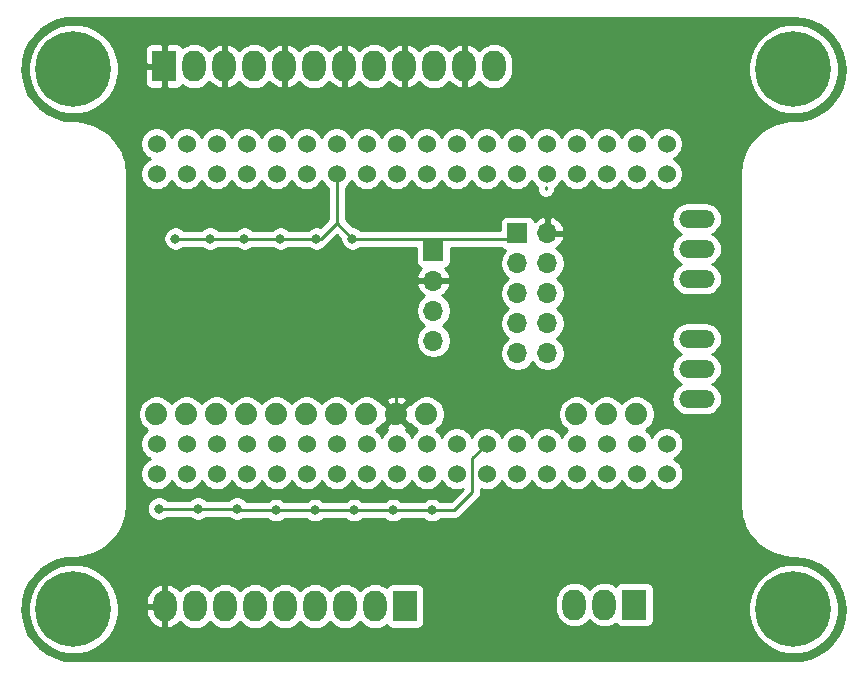
<source format=gbr>
G04 #@! TF.GenerationSoftware,KiCad,Pcbnew,(5.1.5-0)*
G04 #@! TF.CreationDate,2020-11-12T13:18:58+00:00*
G04 #@! TF.ProjectId,Strummi,53747275-6d6d-4692-9e6b-696361645f70,rev?*
G04 #@! TF.SameCoordinates,Original*
G04 #@! TF.FileFunction,Copper,L2,Bot*
G04 #@! TF.FilePolarity,Positive*
%FSLAX46Y46*%
G04 Gerber Fmt 4.6, Leading zero omitted, Abs format (unit mm)*
G04 Created by KiCad (PCBNEW (5.1.5-0)) date 2020-11-12 13:18:58*
%MOMM*%
%LPD*%
G04 APERTURE LIST*
%ADD10C,6.400000*%
%ADD11O,2.000000X2.600000*%
%ADD12R,2.000000X2.600000*%
%ADD13O,3.016000X1.508000*%
%ADD14C,1.879600*%
%ADD15C,1.524000*%
%ADD16O,1.700000X1.700000*%
%ADD17R,1.700000X1.700000*%
%ADD18C,0.800000*%
%ADD19C,0.250000*%
%ADD20C,0.254000*%
G04 APERTURE END LIST*
D10*
X106680000Y-91440000D03*
X167640000Y-91440000D03*
X167640000Y-137160000D03*
X106680000Y-137160000D03*
D11*
X114427000Y-136906000D03*
X116967000Y-136906000D03*
X119507000Y-136906000D03*
X122047000Y-136906000D03*
X124587000Y-136906000D03*
X127127000Y-136906000D03*
X129667000Y-136906000D03*
X132207000Y-136906000D03*
D12*
X134747000Y-136906000D03*
D11*
X142303500Y-91186000D03*
X139763500Y-91186000D03*
X137223500Y-91186000D03*
X134683500Y-91186000D03*
X132143500Y-91186000D03*
X129603500Y-91186000D03*
X127063500Y-91186000D03*
X124523500Y-91186000D03*
X121983500Y-91186000D03*
X119443500Y-91186000D03*
X116903500Y-91186000D03*
D12*
X114363500Y-91186000D03*
D13*
X159441024Y-114282076D03*
X159441024Y-116822076D03*
X159441024Y-119362076D03*
X159441024Y-104122076D03*
X159441024Y-106662076D03*
X159441024Y-109202076D03*
D14*
X154343101Y-120650000D03*
X151803101Y-120650000D03*
X149263101Y-120650000D03*
D15*
X131501698Y-100311403D03*
X131501698Y-97771403D03*
X123881698Y-100311403D03*
X123881698Y-97771403D03*
X118801698Y-97771403D03*
X116261698Y-100311403D03*
X121341698Y-100311403D03*
X121341698Y-97771403D03*
X118801698Y-100311403D03*
X116261698Y-97771403D03*
X113721698Y-100311403D03*
X113721698Y-97771403D03*
X136581698Y-97771403D03*
X134041698Y-100311403D03*
X134041698Y-97771403D03*
X139121698Y-100311403D03*
X139121698Y-97771403D03*
X136581698Y-100311403D03*
X156901698Y-100311403D03*
X156901698Y-97771403D03*
X154361698Y-100311403D03*
X144201698Y-100311403D03*
X144201698Y-97771403D03*
X141661698Y-100311403D03*
X141661698Y-97771403D03*
X149281698Y-97771403D03*
X146741698Y-100311403D03*
X146741698Y-97771403D03*
X128961698Y-100311403D03*
X128961698Y-97771403D03*
X126421698Y-100311403D03*
X126421698Y-97771403D03*
X154361698Y-97771403D03*
X151821698Y-100311403D03*
X151821698Y-97771403D03*
X149281698Y-100311403D03*
D14*
X136563101Y-120650000D03*
X134023101Y-120650000D03*
X131483101Y-120650000D03*
X128943101Y-120650000D03*
X126403101Y-120650000D03*
X123863101Y-120650000D03*
X121323101Y-120650000D03*
X118783101Y-120650000D03*
X116243101Y-120650000D03*
X113703101Y-120650000D03*
D15*
X156912279Y-125700823D03*
X156912279Y-123160823D03*
X154372279Y-125700823D03*
X154372279Y-123160823D03*
X151832279Y-125700823D03*
X151832279Y-123160823D03*
X149292279Y-125700823D03*
X149292279Y-123160823D03*
X146752279Y-125700823D03*
X146752279Y-123160823D03*
X144212279Y-125700823D03*
X144212279Y-123160823D03*
X141672279Y-125700823D03*
X141672279Y-123160823D03*
X139132279Y-125700823D03*
X139132279Y-123160823D03*
X136592279Y-125700823D03*
X136592279Y-123160823D03*
X134052279Y-125700823D03*
X134052279Y-123160823D03*
X131512279Y-125700823D03*
X131512279Y-123160823D03*
X128972279Y-125700823D03*
X128972279Y-123160823D03*
X126432279Y-125700823D03*
X126432279Y-123160823D03*
X123892279Y-125700823D03*
X123892279Y-123160823D03*
X121352279Y-125700823D03*
X121352279Y-123160823D03*
X118812279Y-125700823D03*
X118812279Y-123160823D03*
X116272279Y-125700823D03*
X116272279Y-123160823D03*
X113732279Y-125700823D03*
X113732279Y-123160823D03*
D16*
X146812000Y-115506500D03*
X144272000Y-115506500D03*
X146812000Y-112966500D03*
X144272000Y-112966500D03*
X146812000Y-110426500D03*
X144272000Y-110426500D03*
X146812000Y-107886500D03*
X144272000Y-107886500D03*
X146812000Y-105346500D03*
D17*
X144272000Y-105346500D03*
D16*
X137160000Y-114427000D03*
X137160000Y-111887000D03*
X137160000Y-109347000D03*
D17*
X137160000Y-106807000D03*
D11*
X149098000Y-136779000D03*
X151638000Y-136779000D03*
D12*
X154178000Y-136779000D03*
D18*
X133731000Y-128778000D03*
X137033000Y-128778000D03*
X130429000Y-128778000D03*
X127127000Y-128778000D03*
X123825000Y-128778000D03*
X120523000Y-128651000D03*
X117221000Y-128651000D03*
X113919000Y-128651000D03*
X115316000Y-105791000D03*
X118237000Y-105791000D03*
X121158000Y-105791000D03*
X124206000Y-105791000D03*
X127254000Y-105791000D03*
X130302000Y-105791000D03*
X130302000Y-114427000D03*
X127254000Y-114300000D03*
X124206000Y-114300000D03*
X121158000Y-114300000D03*
X118237000Y-114300000D03*
X115316000Y-114300000D03*
D19*
X146685000Y-101600000D02*
X146685000Y-101398404D01*
X128961698Y-104450698D02*
X130302000Y-105791000D01*
X128961698Y-100311403D02*
X128961698Y-104450698D01*
X127621396Y-105791000D02*
X128961698Y-104450698D01*
X115316000Y-105791000D02*
X127621396Y-105791000D01*
X133731000Y-128778000D02*
X130429000Y-128778000D01*
X130429000Y-128778000D02*
X127127000Y-128778000D01*
X126561315Y-128778000D02*
X123825000Y-128778000D01*
X127127000Y-128778000D02*
X126561315Y-128778000D01*
X120650000Y-128778000D02*
X120523000Y-128651000D01*
X123825000Y-128778000D02*
X120650000Y-128778000D01*
X119957315Y-128651000D02*
X117221000Y-128651000D01*
X120523000Y-128651000D02*
X119957315Y-128651000D01*
X116655315Y-128651000D02*
X113919000Y-128651000D01*
X117221000Y-128651000D02*
X116655315Y-128651000D01*
X136398000Y-128778000D02*
X133731000Y-128778000D01*
X137033000Y-128778000D02*
X136398000Y-128778000D01*
X140462000Y-127254000D02*
X140462000Y-124371102D01*
X140462000Y-124371102D02*
X141672279Y-123160823D01*
X138938000Y-128778000D02*
X140462000Y-127254000D01*
X136398000Y-128778000D02*
X138938000Y-128778000D01*
X143827500Y-105791000D02*
X144272000Y-105346500D01*
X139192000Y-105791000D02*
X143827500Y-105791000D01*
X137160000Y-106807000D02*
X137160000Y-105791000D01*
X137160000Y-105791000D02*
X139192000Y-105791000D01*
X130302000Y-105791000D02*
X137160000Y-105791000D01*
X130175000Y-114300000D02*
X130302000Y-114427000D01*
X134023101Y-118148101D02*
X130302000Y-114427000D01*
X134023101Y-120650000D02*
X134023101Y-118148101D01*
D20*
G36*
X168408914Y-87166545D02*
G01*
X169153529Y-87370248D01*
X169850299Y-87702592D01*
X170477204Y-88153068D01*
X171014426Y-88707438D01*
X171444993Y-89348188D01*
X171755285Y-90055054D01*
X171936855Y-90811349D01*
X171982596Y-91434209D01*
X171913455Y-92208914D01*
X171709752Y-92953528D01*
X171377409Y-93650297D01*
X170926932Y-94277203D01*
X170372559Y-94814428D01*
X169731812Y-95244993D01*
X169024946Y-95555285D01*
X168268650Y-95736855D01*
X167611774Y-95785094D01*
X167610831Y-95785097D01*
X167608489Y-95785335D01*
X167586169Y-95786974D01*
X167577857Y-95788335D01*
X167546786Y-95788118D01*
X167536573Y-95789119D01*
X166797065Y-95866844D01*
X166731726Y-95880256D01*
X166666372Y-95892723D01*
X166656547Y-95895688D01*
X165946221Y-96115571D01*
X165884754Y-96141409D01*
X165823043Y-96166342D01*
X165813991Y-96171155D01*
X165813982Y-96171159D01*
X165813975Y-96171164D01*
X165159891Y-96524825D01*
X165104621Y-96562105D01*
X165048921Y-96598554D01*
X165040968Y-96605040D01*
X164468028Y-97079017D01*
X164421070Y-97126304D01*
X164373492Y-97172895D01*
X164366951Y-97180802D01*
X163896986Y-97757036D01*
X163860099Y-97812555D01*
X163822485Y-97867490D01*
X163817603Y-97876517D01*
X163468513Y-98533061D01*
X163443118Y-98594674D01*
X163416885Y-98655880D01*
X163413850Y-98665683D01*
X163198931Y-99377528D01*
X163185987Y-99442903D01*
X163172142Y-99508037D01*
X163171069Y-99518243D01*
X163098508Y-100258276D01*
X163095000Y-100293896D01*
X163095001Y-128306105D01*
X163098284Y-128339439D01*
X163098118Y-128363214D01*
X163099119Y-128373427D01*
X163176844Y-129112935D01*
X163190248Y-129178236D01*
X163202723Y-129243628D01*
X163205688Y-129253452D01*
X163425571Y-129963779D01*
X163451404Y-130025234D01*
X163476342Y-130086957D01*
X163481159Y-130096018D01*
X163834825Y-130750109D01*
X163872095Y-130805364D01*
X163908554Y-130861079D01*
X163915040Y-130869032D01*
X164389017Y-131441971D01*
X164436285Y-131488911D01*
X164482895Y-131536508D01*
X164490802Y-131543049D01*
X165067036Y-132013014D01*
X165122555Y-132049901D01*
X165177490Y-132087515D01*
X165186517Y-132092397D01*
X165843061Y-132441487D01*
X165904674Y-132466882D01*
X165965880Y-132493115D01*
X165975683Y-132496150D01*
X166687529Y-132711069D01*
X166752896Y-132724012D01*
X166818037Y-132737858D01*
X166828243Y-132738931D01*
X167568277Y-132811492D01*
X167570613Y-132811492D01*
X167574663Y-132812090D01*
X168408914Y-132886545D01*
X169153529Y-133090248D01*
X169850299Y-133422592D01*
X170477204Y-133873068D01*
X171014426Y-134427438D01*
X171444993Y-135068188D01*
X171755285Y-135775054D01*
X171936855Y-136531349D01*
X171982596Y-137154209D01*
X171913455Y-137928914D01*
X171709752Y-138673528D01*
X171377409Y-139370297D01*
X170926932Y-139997203D01*
X170372559Y-140534428D01*
X169731812Y-140964993D01*
X169024946Y-141275285D01*
X168268650Y-141456855D01*
X167613050Y-141505000D01*
X106712732Y-141505000D01*
X105911086Y-141433455D01*
X105166472Y-141229752D01*
X104469703Y-140897409D01*
X103842797Y-140446932D01*
X103305572Y-139892559D01*
X102875007Y-139251812D01*
X102564715Y-138544946D01*
X102383145Y-137788650D01*
X102337404Y-137165791D01*
X102371631Y-136782285D01*
X102845000Y-136782285D01*
X102845000Y-137537715D01*
X102992377Y-138278628D01*
X103281467Y-138976554D01*
X103701161Y-139604670D01*
X104235330Y-140138839D01*
X104863446Y-140558533D01*
X105561372Y-140847623D01*
X106302285Y-140995000D01*
X107057715Y-140995000D01*
X107798628Y-140847623D01*
X108496554Y-140558533D01*
X109124670Y-140138839D01*
X109658839Y-139604670D01*
X110078533Y-138976554D01*
X110367623Y-138278628D01*
X110515000Y-137537715D01*
X110515000Y-137033000D01*
X112792000Y-137033000D01*
X112792000Y-137333000D01*
X112848193Y-137649532D01*
X112965058Y-137949020D01*
X113138105Y-138219954D01*
X113360683Y-138451922D01*
X113624239Y-138636010D01*
X113918645Y-138765144D01*
X114046566Y-138796124D01*
X114300000Y-138676777D01*
X114300000Y-137033000D01*
X112792000Y-137033000D01*
X110515000Y-137033000D01*
X110515000Y-136782285D01*
X110454673Y-136479000D01*
X112792000Y-136479000D01*
X112792000Y-136779000D01*
X114300000Y-136779000D01*
X114300000Y-135135223D01*
X114554000Y-135135223D01*
X114554000Y-136779000D01*
X114574000Y-136779000D01*
X114574000Y-137033000D01*
X114554000Y-137033000D01*
X114554000Y-138676777D01*
X114807434Y-138796124D01*
X114935355Y-138765144D01*
X115229761Y-138636010D01*
X115493317Y-138451922D01*
X115698716Y-138237857D01*
X115805286Y-138367714D01*
X116054248Y-138572031D01*
X116338285Y-138723852D01*
X116646484Y-138817343D01*
X116967000Y-138848911D01*
X117287515Y-138817343D01*
X117595714Y-138723852D01*
X117879751Y-138572031D01*
X118128714Y-138367714D01*
X118237000Y-138235766D01*
X118345286Y-138367714D01*
X118594248Y-138572031D01*
X118878285Y-138723852D01*
X119186484Y-138817343D01*
X119507000Y-138848911D01*
X119827515Y-138817343D01*
X120135714Y-138723852D01*
X120419751Y-138572031D01*
X120668714Y-138367714D01*
X120777000Y-138235766D01*
X120885286Y-138367714D01*
X121134248Y-138572031D01*
X121418285Y-138723852D01*
X121726484Y-138817343D01*
X122047000Y-138848911D01*
X122367515Y-138817343D01*
X122675714Y-138723852D01*
X122959751Y-138572031D01*
X123208714Y-138367714D01*
X123317000Y-138235766D01*
X123425286Y-138367714D01*
X123674248Y-138572031D01*
X123958285Y-138723852D01*
X124266484Y-138817343D01*
X124587000Y-138848911D01*
X124907515Y-138817343D01*
X125215714Y-138723852D01*
X125499751Y-138572031D01*
X125748714Y-138367714D01*
X125857000Y-138235766D01*
X125965286Y-138367714D01*
X126214248Y-138572031D01*
X126498285Y-138723852D01*
X126806484Y-138817343D01*
X127127000Y-138848911D01*
X127447515Y-138817343D01*
X127755714Y-138723852D01*
X128039751Y-138572031D01*
X128288714Y-138367714D01*
X128397000Y-138235766D01*
X128505286Y-138367714D01*
X128754248Y-138572031D01*
X129038285Y-138723852D01*
X129346484Y-138817343D01*
X129667000Y-138848911D01*
X129987515Y-138817343D01*
X130295714Y-138723852D01*
X130579751Y-138572031D01*
X130828714Y-138367714D01*
X130937000Y-138235766D01*
X131045286Y-138367714D01*
X131294248Y-138572031D01*
X131578285Y-138723852D01*
X131886484Y-138817343D01*
X132207000Y-138848911D01*
X132527515Y-138817343D01*
X132835714Y-138723852D01*
X133119751Y-138572031D01*
X133191261Y-138513345D01*
X133216463Y-138560494D01*
X133295815Y-138657185D01*
X133392506Y-138736537D01*
X133502820Y-138795502D01*
X133622518Y-138831812D01*
X133747000Y-138844072D01*
X135747000Y-138844072D01*
X135871482Y-138831812D01*
X135991180Y-138795502D01*
X136101494Y-138736537D01*
X136198185Y-138657185D01*
X136277537Y-138560494D01*
X136336502Y-138450180D01*
X136372812Y-138330482D01*
X136385072Y-138206000D01*
X136385072Y-136398678D01*
X147463000Y-136398678D01*
X147463000Y-137159321D01*
X147486657Y-137399515D01*
X147580148Y-137707714D01*
X147731969Y-137991751D01*
X147936286Y-138240714D01*
X148185248Y-138445031D01*
X148469285Y-138596852D01*
X148777484Y-138690343D01*
X149098000Y-138721911D01*
X149418515Y-138690343D01*
X149726714Y-138596852D01*
X150010751Y-138445031D01*
X150259714Y-138240714D01*
X150368000Y-138108766D01*
X150476286Y-138240714D01*
X150725248Y-138445031D01*
X151009285Y-138596852D01*
X151317484Y-138690343D01*
X151638000Y-138721911D01*
X151958515Y-138690343D01*
X152266714Y-138596852D01*
X152550751Y-138445031D01*
X152622261Y-138386345D01*
X152647463Y-138433494D01*
X152726815Y-138530185D01*
X152823506Y-138609537D01*
X152933820Y-138668502D01*
X153053518Y-138704812D01*
X153178000Y-138717072D01*
X155178000Y-138717072D01*
X155302482Y-138704812D01*
X155422180Y-138668502D01*
X155532494Y-138609537D01*
X155629185Y-138530185D01*
X155708537Y-138433494D01*
X155767502Y-138323180D01*
X155803812Y-138203482D01*
X155816072Y-138079000D01*
X155816072Y-136782285D01*
X163805000Y-136782285D01*
X163805000Y-137537715D01*
X163952377Y-138278628D01*
X164241467Y-138976554D01*
X164661161Y-139604670D01*
X165195330Y-140138839D01*
X165823446Y-140558533D01*
X166521372Y-140847623D01*
X167262285Y-140995000D01*
X168017715Y-140995000D01*
X168758628Y-140847623D01*
X169456554Y-140558533D01*
X170084670Y-140138839D01*
X170618839Y-139604670D01*
X171038533Y-138976554D01*
X171327623Y-138278628D01*
X171475000Y-137537715D01*
X171475000Y-136782285D01*
X171327623Y-136041372D01*
X171038533Y-135343446D01*
X170618839Y-134715330D01*
X170084670Y-134181161D01*
X169456554Y-133761467D01*
X168758628Y-133472377D01*
X168017715Y-133325000D01*
X167262285Y-133325000D01*
X166521372Y-133472377D01*
X165823446Y-133761467D01*
X165195330Y-134181161D01*
X164661161Y-134715330D01*
X164241467Y-135343446D01*
X163952377Y-136041372D01*
X163805000Y-136782285D01*
X155816072Y-136782285D01*
X155816072Y-135479000D01*
X155803812Y-135354518D01*
X155767502Y-135234820D01*
X155708537Y-135124506D01*
X155629185Y-135027815D01*
X155532494Y-134948463D01*
X155422180Y-134889498D01*
X155302482Y-134853188D01*
X155178000Y-134840928D01*
X153178000Y-134840928D01*
X153053518Y-134853188D01*
X152933820Y-134889498D01*
X152823506Y-134948463D01*
X152726815Y-135027815D01*
X152647463Y-135124506D01*
X152622261Y-135171655D01*
X152550752Y-135112969D01*
X152266715Y-134961148D01*
X151958516Y-134867657D01*
X151638000Y-134836089D01*
X151317485Y-134867657D01*
X151009286Y-134961148D01*
X150725249Y-135112969D01*
X150476286Y-135317286D01*
X150368000Y-135449233D01*
X150259714Y-135317286D01*
X150010752Y-135112969D01*
X149726715Y-134961148D01*
X149418516Y-134867657D01*
X149098000Y-134836089D01*
X148777485Y-134867657D01*
X148469286Y-134961148D01*
X148185249Y-135112969D01*
X147936286Y-135317286D01*
X147731969Y-135566248D01*
X147580148Y-135850285D01*
X147486657Y-136158484D01*
X147463000Y-136398678D01*
X136385072Y-136398678D01*
X136385072Y-135606000D01*
X136372812Y-135481518D01*
X136336502Y-135361820D01*
X136277537Y-135251506D01*
X136198185Y-135154815D01*
X136101494Y-135075463D01*
X135991180Y-135016498D01*
X135871482Y-134980188D01*
X135747000Y-134967928D01*
X133747000Y-134967928D01*
X133622518Y-134980188D01*
X133502820Y-135016498D01*
X133392506Y-135075463D01*
X133295815Y-135154815D01*
X133216463Y-135251506D01*
X133191261Y-135298655D01*
X133119752Y-135239969D01*
X132835715Y-135088148D01*
X132527516Y-134994657D01*
X132207000Y-134963089D01*
X131886485Y-134994657D01*
X131578286Y-135088148D01*
X131294249Y-135239969D01*
X131045286Y-135444286D01*
X130937000Y-135576233D01*
X130828714Y-135444286D01*
X130579752Y-135239969D01*
X130295715Y-135088148D01*
X129987516Y-134994657D01*
X129667000Y-134963089D01*
X129346485Y-134994657D01*
X129038286Y-135088148D01*
X128754249Y-135239969D01*
X128505286Y-135444286D01*
X128397000Y-135576233D01*
X128288714Y-135444286D01*
X128039752Y-135239969D01*
X127755715Y-135088148D01*
X127447516Y-134994657D01*
X127127000Y-134963089D01*
X126806485Y-134994657D01*
X126498286Y-135088148D01*
X126214249Y-135239969D01*
X125965286Y-135444286D01*
X125857000Y-135576233D01*
X125748714Y-135444286D01*
X125499752Y-135239969D01*
X125215715Y-135088148D01*
X124907516Y-134994657D01*
X124587000Y-134963089D01*
X124266485Y-134994657D01*
X123958286Y-135088148D01*
X123674249Y-135239969D01*
X123425286Y-135444286D01*
X123317000Y-135576233D01*
X123208714Y-135444286D01*
X122959752Y-135239969D01*
X122675715Y-135088148D01*
X122367516Y-134994657D01*
X122047000Y-134963089D01*
X121726485Y-134994657D01*
X121418286Y-135088148D01*
X121134249Y-135239969D01*
X120885286Y-135444286D01*
X120777000Y-135576233D01*
X120668714Y-135444286D01*
X120419752Y-135239969D01*
X120135715Y-135088148D01*
X119827516Y-134994657D01*
X119507000Y-134963089D01*
X119186485Y-134994657D01*
X118878286Y-135088148D01*
X118594249Y-135239969D01*
X118345286Y-135444286D01*
X118237000Y-135576233D01*
X118128714Y-135444286D01*
X117879752Y-135239969D01*
X117595715Y-135088148D01*
X117287516Y-134994657D01*
X116967000Y-134963089D01*
X116646485Y-134994657D01*
X116338286Y-135088148D01*
X116054249Y-135239969D01*
X115805286Y-135444286D01*
X115698716Y-135574142D01*
X115493317Y-135360078D01*
X115229761Y-135175990D01*
X114935355Y-135046856D01*
X114807434Y-135015876D01*
X114554000Y-135135223D01*
X114300000Y-135135223D01*
X114046566Y-135015876D01*
X113918645Y-135046856D01*
X113624239Y-135175990D01*
X113360683Y-135360078D01*
X113138105Y-135592046D01*
X112965058Y-135862980D01*
X112848193Y-136162468D01*
X112792000Y-136479000D01*
X110454673Y-136479000D01*
X110367623Y-136041372D01*
X110078533Y-135343446D01*
X109658839Y-134715330D01*
X109124670Y-134181161D01*
X108496554Y-133761467D01*
X107798628Y-133472377D01*
X107057715Y-133325000D01*
X106302285Y-133325000D01*
X105561372Y-133472377D01*
X104863446Y-133761467D01*
X104235330Y-134181161D01*
X103701161Y-134715330D01*
X103281467Y-135343446D01*
X102992377Y-136041372D01*
X102845000Y-136782285D01*
X102371631Y-136782285D01*
X102406545Y-136391086D01*
X102610248Y-135646471D01*
X102942592Y-134949701D01*
X103393068Y-134322796D01*
X103947438Y-133785574D01*
X104588188Y-133355007D01*
X105295054Y-133044715D01*
X106051349Y-132863145D01*
X106708225Y-132814906D01*
X106709169Y-132814903D01*
X106711513Y-132814665D01*
X106733830Y-132813026D01*
X106742142Y-132811665D01*
X106773214Y-132811882D01*
X106783427Y-132810881D01*
X107522935Y-132733156D01*
X107588236Y-132719752D01*
X107653628Y-132707277D01*
X107663452Y-132704312D01*
X108373779Y-132484429D01*
X108435234Y-132458596D01*
X108496957Y-132433658D01*
X108506018Y-132428841D01*
X109160109Y-132075175D01*
X109215364Y-132037905D01*
X109271079Y-132001446D01*
X109279032Y-131994960D01*
X109851971Y-131520983D01*
X109898911Y-131473715D01*
X109946508Y-131427105D01*
X109953049Y-131419198D01*
X110423014Y-130842964D01*
X110459901Y-130787445D01*
X110497515Y-130732510D01*
X110502397Y-130723483D01*
X110851487Y-130066939D01*
X110876882Y-130005326D01*
X110903115Y-129944120D01*
X110906150Y-129934317D01*
X111121069Y-129222471D01*
X111134012Y-129157104D01*
X111147858Y-129091963D01*
X111148931Y-129081757D01*
X111221492Y-128341723D01*
X111225000Y-128306105D01*
X111225000Y-120494896D01*
X112128301Y-120494896D01*
X112128301Y-120805104D01*
X112188819Y-121109352D01*
X112307531Y-121395948D01*
X112479874Y-121653877D01*
X112699224Y-121873227D01*
X112921997Y-122022079D01*
X112841744Y-122075703D01*
X112647159Y-122270288D01*
X112494274Y-122499096D01*
X112388965Y-122753333D01*
X112335279Y-123023231D01*
X112335279Y-123298415D01*
X112388965Y-123568313D01*
X112494274Y-123822550D01*
X112647159Y-124051358D01*
X112841744Y-124245943D01*
X113070552Y-124398828D01*
X113147794Y-124430823D01*
X113070552Y-124462818D01*
X112841744Y-124615703D01*
X112647159Y-124810288D01*
X112494274Y-125039096D01*
X112388965Y-125293333D01*
X112335279Y-125563231D01*
X112335279Y-125838415D01*
X112388965Y-126108313D01*
X112494274Y-126362550D01*
X112647159Y-126591358D01*
X112841744Y-126785943D01*
X113070552Y-126938828D01*
X113324789Y-127044137D01*
X113594687Y-127097823D01*
X113869871Y-127097823D01*
X114139769Y-127044137D01*
X114394006Y-126938828D01*
X114622814Y-126785943D01*
X114817399Y-126591358D01*
X114970284Y-126362550D01*
X115002279Y-126285308D01*
X115034274Y-126362550D01*
X115187159Y-126591358D01*
X115381744Y-126785943D01*
X115610552Y-126938828D01*
X115864789Y-127044137D01*
X116134687Y-127097823D01*
X116409871Y-127097823D01*
X116679769Y-127044137D01*
X116934006Y-126938828D01*
X117162814Y-126785943D01*
X117357399Y-126591358D01*
X117510284Y-126362550D01*
X117542279Y-126285308D01*
X117574274Y-126362550D01*
X117727159Y-126591358D01*
X117921744Y-126785943D01*
X118150552Y-126938828D01*
X118404789Y-127044137D01*
X118674687Y-127097823D01*
X118949871Y-127097823D01*
X119219769Y-127044137D01*
X119474006Y-126938828D01*
X119702814Y-126785943D01*
X119897399Y-126591358D01*
X120050284Y-126362550D01*
X120082279Y-126285308D01*
X120114274Y-126362550D01*
X120267159Y-126591358D01*
X120461744Y-126785943D01*
X120690552Y-126938828D01*
X120944789Y-127044137D01*
X121214687Y-127097823D01*
X121489871Y-127097823D01*
X121759769Y-127044137D01*
X122014006Y-126938828D01*
X122242814Y-126785943D01*
X122437399Y-126591358D01*
X122590284Y-126362550D01*
X122622279Y-126285308D01*
X122654274Y-126362550D01*
X122807159Y-126591358D01*
X123001744Y-126785943D01*
X123230552Y-126938828D01*
X123484789Y-127044137D01*
X123754687Y-127097823D01*
X124029871Y-127097823D01*
X124299769Y-127044137D01*
X124554006Y-126938828D01*
X124782814Y-126785943D01*
X124977399Y-126591358D01*
X125130284Y-126362550D01*
X125162279Y-126285308D01*
X125194274Y-126362550D01*
X125347159Y-126591358D01*
X125541744Y-126785943D01*
X125770552Y-126938828D01*
X126024789Y-127044137D01*
X126294687Y-127097823D01*
X126569871Y-127097823D01*
X126839769Y-127044137D01*
X127094006Y-126938828D01*
X127322814Y-126785943D01*
X127517399Y-126591358D01*
X127670284Y-126362550D01*
X127702279Y-126285308D01*
X127734274Y-126362550D01*
X127887159Y-126591358D01*
X128081744Y-126785943D01*
X128310552Y-126938828D01*
X128564789Y-127044137D01*
X128834687Y-127097823D01*
X129109871Y-127097823D01*
X129379769Y-127044137D01*
X129634006Y-126938828D01*
X129862814Y-126785943D01*
X130057399Y-126591358D01*
X130210284Y-126362550D01*
X130242279Y-126285308D01*
X130274274Y-126362550D01*
X130427159Y-126591358D01*
X130621744Y-126785943D01*
X130850552Y-126938828D01*
X131104789Y-127044137D01*
X131374687Y-127097823D01*
X131649871Y-127097823D01*
X131919769Y-127044137D01*
X132174006Y-126938828D01*
X132402814Y-126785943D01*
X132597399Y-126591358D01*
X132750284Y-126362550D01*
X132782279Y-126285308D01*
X132814274Y-126362550D01*
X132967159Y-126591358D01*
X133161744Y-126785943D01*
X133390552Y-126938828D01*
X133644789Y-127044137D01*
X133914687Y-127097823D01*
X134189871Y-127097823D01*
X134459769Y-127044137D01*
X134714006Y-126938828D01*
X134942814Y-126785943D01*
X135137399Y-126591358D01*
X135290284Y-126362550D01*
X135322279Y-126285308D01*
X135354274Y-126362550D01*
X135507159Y-126591358D01*
X135701744Y-126785943D01*
X135930552Y-126938828D01*
X136184789Y-127044137D01*
X136454687Y-127097823D01*
X136729871Y-127097823D01*
X136999769Y-127044137D01*
X137254006Y-126938828D01*
X137482814Y-126785943D01*
X137677399Y-126591358D01*
X137830284Y-126362550D01*
X137862279Y-126285308D01*
X137894274Y-126362550D01*
X138047159Y-126591358D01*
X138241744Y-126785943D01*
X138470552Y-126938828D01*
X138724789Y-127044137D01*
X138994687Y-127097823D01*
X139269871Y-127097823D01*
X139539769Y-127044137D01*
X139637572Y-127003625D01*
X138623199Y-128018000D01*
X137736711Y-128018000D01*
X137692774Y-127974063D01*
X137523256Y-127860795D01*
X137334898Y-127782774D01*
X137134939Y-127743000D01*
X136931061Y-127743000D01*
X136731102Y-127782774D01*
X136542744Y-127860795D01*
X136373226Y-127974063D01*
X136329289Y-128018000D01*
X134434711Y-128018000D01*
X134390774Y-127974063D01*
X134221256Y-127860795D01*
X134032898Y-127782774D01*
X133832939Y-127743000D01*
X133629061Y-127743000D01*
X133429102Y-127782774D01*
X133240744Y-127860795D01*
X133071226Y-127974063D01*
X133027289Y-128018000D01*
X131132711Y-128018000D01*
X131088774Y-127974063D01*
X130919256Y-127860795D01*
X130730898Y-127782774D01*
X130530939Y-127743000D01*
X130327061Y-127743000D01*
X130127102Y-127782774D01*
X129938744Y-127860795D01*
X129769226Y-127974063D01*
X129725289Y-128018000D01*
X127830711Y-128018000D01*
X127786774Y-127974063D01*
X127617256Y-127860795D01*
X127428898Y-127782774D01*
X127228939Y-127743000D01*
X127025061Y-127743000D01*
X126825102Y-127782774D01*
X126636744Y-127860795D01*
X126467226Y-127974063D01*
X126423289Y-128018000D01*
X124528711Y-128018000D01*
X124484774Y-127974063D01*
X124315256Y-127860795D01*
X124126898Y-127782774D01*
X123926939Y-127743000D01*
X123723061Y-127743000D01*
X123523102Y-127782774D01*
X123334744Y-127860795D01*
X123165226Y-127974063D01*
X123121289Y-128018000D01*
X121344827Y-128018000D01*
X121326937Y-127991226D01*
X121182774Y-127847063D01*
X121013256Y-127733795D01*
X120824898Y-127655774D01*
X120624939Y-127616000D01*
X120421061Y-127616000D01*
X120221102Y-127655774D01*
X120032744Y-127733795D01*
X119863226Y-127847063D01*
X119819289Y-127891000D01*
X117924711Y-127891000D01*
X117880774Y-127847063D01*
X117711256Y-127733795D01*
X117522898Y-127655774D01*
X117322939Y-127616000D01*
X117119061Y-127616000D01*
X116919102Y-127655774D01*
X116730744Y-127733795D01*
X116561226Y-127847063D01*
X116517289Y-127891000D01*
X114622711Y-127891000D01*
X114578774Y-127847063D01*
X114409256Y-127733795D01*
X114220898Y-127655774D01*
X114020939Y-127616000D01*
X113817061Y-127616000D01*
X113617102Y-127655774D01*
X113428744Y-127733795D01*
X113259226Y-127847063D01*
X113115063Y-127991226D01*
X113001795Y-128160744D01*
X112923774Y-128349102D01*
X112884000Y-128549061D01*
X112884000Y-128752939D01*
X112923774Y-128952898D01*
X113001795Y-129141256D01*
X113115063Y-129310774D01*
X113259226Y-129454937D01*
X113428744Y-129568205D01*
X113617102Y-129646226D01*
X113817061Y-129686000D01*
X114020939Y-129686000D01*
X114220898Y-129646226D01*
X114409256Y-129568205D01*
X114578774Y-129454937D01*
X114622711Y-129411000D01*
X116517289Y-129411000D01*
X116561226Y-129454937D01*
X116730744Y-129568205D01*
X116919102Y-129646226D01*
X117119061Y-129686000D01*
X117322939Y-129686000D01*
X117522898Y-129646226D01*
X117711256Y-129568205D01*
X117880774Y-129454937D01*
X117924711Y-129411000D01*
X119819289Y-129411000D01*
X119863226Y-129454937D01*
X120032744Y-129568205D01*
X120221102Y-129646226D01*
X120421061Y-129686000D01*
X120624939Y-129686000D01*
X120824898Y-129646226D01*
X121013256Y-129568205D01*
X121058461Y-129538000D01*
X123121289Y-129538000D01*
X123165226Y-129581937D01*
X123334744Y-129695205D01*
X123523102Y-129773226D01*
X123723061Y-129813000D01*
X123926939Y-129813000D01*
X124126898Y-129773226D01*
X124315256Y-129695205D01*
X124484774Y-129581937D01*
X124528711Y-129538000D01*
X126423289Y-129538000D01*
X126467226Y-129581937D01*
X126636744Y-129695205D01*
X126825102Y-129773226D01*
X127025061Y-129813000D01*
X127228939Y-129813000D01*
X127428898Y-129773226D01*
X127617256Y-129695205D01*
X127786774Y-129581937D01*
X127830711Y-129538000D01*
X129725289Y-129538000D01*
X129769226Y-129581937D01*
X129938744Y-129695205D01*
X130127102Y-129773226D01*
X130327061Y-129813000D01*
X130530939Y-129813000D01*
X130730898Y-129773226D01*
X130919256Y-129695205D01*
X131088774Y-129581937D01*
X131132711Y-129538000D01*
X133027289Y-129538000D01*
X133071226Y-129581937D01*
X133240744Y-129695205D01*
X133429102Y-129773226D01*
X133629061Y-129813000D01*
X133832939Y-129813000D01*
X134032898Y-129773226D01*
X134221256Y-129695205D01*
X134390774Y-129581937D01*
X134434711Y-129538000D01*
X136329289Y-129538000D01*
X136373226Y-129581937D01*
X136542744Y-129695205D01*
X136731102Y-129773226D01*
X136931061Y-129813000D01*
X137134939Y-129813000D01*
X137334898Y-129773226D01*
X137523256Y-129695205D01*
X137692774Y-129581937D01*
X137736711Y-129538000D01*
X138900678Y-129538000D01*
X138938000Y-129541676D01*
X138975322Y-129538000D01*
X138975333Y-129538000D01*
X139086986Y-129527003D01*
X139230247Y-129483546D01*
X139362276Y-129412974D01*
X139478001Y-129318001D01*
X139501803Y-129288998D01*
X140973009Y-127817794D01*
X141002001Y-127794001D01*
X141025795Y-127765008D01*
X141025799Y-127765004D01*
X141096973Y-127678277D01*
X141096974Y-127678276D01*
X141167546Y-127546247D01*
X141211003Y-127402986D01*
X141222000Y-127291333D01*
X141222000Y-127291324D01*
X141225676Y-127254001D01*
X141222000Y-127216678D01*
X141222000Y-127026413D01*
X141264789Y-127044137D01*
X141534687Y-127097823D01*
X141809871Y-127097823D01*
X142079769Y-127044137D01*
X142334006Y-126938828D01*
X142562814Y-126785943D01*
X142757399Y-126591358D01*
X142910284Y-126362550D01*
X142942279Y-126285308D01*
X142974274Y-126362550D01*
X143127159Y-126591358D01*
X143321744Y-126785943D01*
X143550552Y-126938828D01*
X143804789Y-127044137D01*
X144074687Y-127097823D01*
X144349871Y-127097823D01*
X144619769Y-127044137D01*
X144874006Y-126938828D01*
X145102814Y-126785943D01*
X145297399Y-126591358D01*
X145450284Y-126362550D01*
X145482279Y-126285308D01*
X145514274Y-126362550D01*
X145667159Y-126591358D01*
X145861744Y-126785943D01*
X146090552Y-126938828D01*
X146344789Y-127044137D01*
X146614687Y-127097823D01*
X146889871Y-127097823D01*
X147159769Y-127044137D01*
X147414006Y-126938828D01*
X147642814Y-126785943D01*
X147837399Y-126591358D01*
X147990284Y-126362550D01*
X148022279Y-126285308D01*
X148054274Y-126362550D01*
X148207159Y-126591358D01*
X148401744Y-126785943D01*
X148630552Y-126938828D01*
X148884789Y-127044137D01*
X149154687Y-127097823D01*
X149429871Y-127097823D01*
X149699769Y-127044137D01*
X149954006Y-126938828D01*
X150182814Y-126785943D01*
X150377399Y-126591358D01*
X150530284Y-126362550D01*
X150562279Y-126285308D01*
X150594274Y-126362550D01*
X150747159Y-126591358D01*
X150941744Y-126785943D01*
X151170552Y-126938828D01*
X151424789Y-127044137D01*
X151694687Y-127097823D01*
X151969871Y-127097823D01*
X152239769Y-127044137D01*
X152494006Y-126938828D01*
X152722814Y-126785943D01*
X152917399Y-126591358D01*
X153070284Y-126362550D01*
X153102279Y-126285308D01*
X153134274Y-126362550D01*
X153287159Y-126591358D01*
X153481744Y-126785943D01*
X153710552Y-126938828D01*
X153964789Y-127044137D01*
X154234687Y-127097823D01*
X154509871Y-127097823D01*
X154779769Y-127044137D01*
X155034006Y-126938828D01*
X155262814Y-126785943D01*
X155457399Y-126591358D01*
X155610284Y-126362550D01*
X155642279Y-126285308D01*
X155674274Y-126362550D01*
X155827159Y-126591358D01*
X156021744Y-126785943D01*
X156250552Y-126938828D01*
X156504789Y-127044137D01*
X156774687Y-127097823D01*
X157049871Y-127097823D01*
X157319769Y-127044137D01*
X157574006Y-126938828D01*
X157802814Y-126785943D01*
X157997399Y-126591358D01*
X158150284Y-126362550D01*
X158255593Y-126108313D01*
X158309279Y-125838415D01*
X158309279Y-125563231D01*
X158255593Y-125293333D01*
X158150284Y-125039096D01*
X157997399Y-124810288D01*
X157802814Y-124615703D01*
X157574006Y-124462818D01*
X157496764Y-124430823D01*
X157574006Y-124398828D01*
X157802814Y-124245943D01*
X157997399Y-124051358D01*
X158150284Y-123822550D01*
X158255593Y-123568313D01*
X158309279Y-123298415D01*
X158309279Y-123023231D01*
X158255593Y-122753333D01*
X158150284Y-122499096D01*
X157997399Y-122270288D01*
X157802814Y-122075703D01*
X157574006Y-121922818D01*
X157319769Y-121817509D01*
X157049871Y-121763823D01*
X156774687Y-121763823D01*
X156504789Y-121817509D01*
X156250552Y-121922818D01*
X156021744Y-122075703D01*
X155827159Y-122270288D01*
X155674274Y-122499096D01*
X155642279Y-122576338D01*
X155610284Y-122499096D01*
X155457399Y-122270288D01*
X155262814Y-122075703D01*
X155153383Y-122002583D01*
X155346978Y-121873227D01*
X155566328Y-121653877D01*
X155738671Y-121395948D01*
X155857383Y-121109352D01*
X155917901Y-120805104D01*
X155917901Y-120494896D01*
X155857383Y-120190648D01*
X155738671Y-119904052D01*
X155566328Y-119646123D01*
X155346978Y-119426773D01*
X155089049Y-119254430D01*
X154802453Y-119135718D01*
X154498205Y-119075200D01*
X154187997Y-119075200D01*
X153883749Y-119135718D01*
X153597153Y-119254430D01*
X153339224Y-119426773D01*
X153119874Y-119646123D01*
X153073101Y-119716124D01*
X153026328Y-119646123D01*
X152806978Y-119426773D01*
X152549049Y-119254430D01*
X152262453Y-119135718D01*
X151958205Y-119075200D01*
X151647997Y-119075200D01*
X151343749Y-119135718D01*
X151057153Y-119254430D01*
X150799224Y-119426773D01*
X150579874Y-119646123D01*
X150533101Y-119716124D01*
X150486328Y-119646123D01*
X150266978Y-119426773D01*
X150009049Y-119254430D01*
X149722453Y-119135718D01*
X149418205Y-119075200D01*
X149107997Y-119075200D01*
X148803749Y-119135718D01*
X148517153Y-119254430D01*
X148259224Y-119426773D01*
X148039874Y-119646123D01*
X147867531Y-119904052D01*
X147748819Y-120190648D01*
X147688301Y-120494896D01*
X147688301Y-120805104D01*
X147748819Y-121109352D01*
X147867531Y-121395948D01*
X148039874Y-121653877D01*
X148259224Y-121873227D01*
X148481997Y-122022079D01*
X148401744Y-122075703D01*
X148207159Y-122270288D01*
X148054274Y-122499096D01*
X148022279Y-122576338D01*
X147990284Y-122499096D01*
X147837399Y-122270288D01*
X147642814Y-122075703D01*
X147414006Y-121922818D01*
X147159769Y-121817509D01*
X146889871Y-121763823D01*
X146614687Y-121763823D01*
X146344789Y-121817509D01*
X146090552Y-121922818D01*
X145861744Y-122075703D01*
X145667159Y-122270288D01*
X145514274Y-122499096D01*
X145482279Y-122576338D01*
X145450284Y-122499096D01*
X145297399Y-122270288D01*
X145102814Y-122075703D01*
X144874006Y-121922818D01*
X144619769Y-121817509D01*
X144349871Y-121763823D01*
X144074687Y-121763823D01*
X143804789Y-121817509D01*
X143550552Y-121922818D01*
X143321744Y-122075703D01*
X143127159Y-122270288D01*
X142974274Y-122499096D01*
X142942279Y-122576338D01*
X142910284Y-122499096D01*
X142757399Y-122270288D01*
X142562814Y-122075703D01*
X142334006Y-121922818D01*
X142079769Y-121817509D01*
X141809871Y-121763823D01*
X141534687Y-121763823D01*
X141264789Y-121817509D01*
X141010552Y-121922818D01*
X140781744Y-122075703D01*
X140587159Y-122270288D01*
X140434274Y-122499096D01*
X140402279Y-122576338D01*
X140370284Y-122499096D01*
X140217399Y-122270288D01*
X140022814Y-122075703D01*
X139794006Y-121922818D01*
X139539769Y-121817509D01*
X139269871Y-121763823D01*
X138994687Y-121763823D01*
X138724789Y-121817509D01*
X138470552Y-121922818D01*
X138241744Y-122075703D01*
X138047159Y-122270288D01*
X137894274Y-122499096D01*
X137862279Y-122576338D01*
X137830284Y-122499096D01*
X137677399Y-122270288D01*
X137482814Y-122075703D01*
X137373383Y-122002583D01*
X137566978Y-121873227D01*
X137786328Y-121653877D01*
X137958671Y-121395948D01*
X138077383Y-121109352D01*
X138137901Y-120805104D01*
X138137901Y-120494896D01*
X138077383Y-120190648D01*
X137958671Y-119904052D01*
X137786328Y-119646123D01*
X137566978Y-119426773D01*
X137309049Y-119254430D01*
X137022453Y-119135718D01*
X136718205Y-119075200D01*
X136407997Y-119075200D01*
X136103749Y-119135718D01*
X135817153Y-119254430D01*
X135559224Y-119426773D01*
X135339874Y-119646123D01*
X135248606Y-119782714D01*
X135115577Y-119737129D01*
X134202706Y-120650000D01*
X135115577Y-121562871D01*
X135248606Y-121517286D01*
X135339874Y-121653877D01*
X135559224Y-121873227D01*
X135781997Y-122022079D01*
X135701744Y-122075703D01*
X135507159Y-122270288D01*
X135354274Y-122499096D01*
X135322279Y-122576338D01*
X135290284Y-122499096D01*
X135137399Y-122270288D01*
X134942814Y-122075703D01*
X134838100Y-122005735D01*
X134847478Y-122000723D01*
X134935972Y-121742476D01*
X134023101Y-120829605D01*
X133110230Y-121742476D01*
X133198724Y-122000723D01*
X133242400Y-122021810D01*
X133161744Y-122075703D01*
X132967159Y-122270288D01*
X132814274Y-122499096D01*
X132782279Y-122576338D01*
X132750284Y-122499096D01*
X132597399Y-122270288D01*
X132402814Y-122075703D01*
X132293383Y-122002583D01*
X132486978Y-121873227D01*
X132706328Y-121653877D01*
X132797596Y-121517286D01*
X132930625Y-121562871D01*
X133843496Y-120650000D01*
X132930625Y-119737129D01*
X132797596Y-119782714D01*
X132706328Y-119646123D01*
X132617729Y-119557524D01*
X133110230Y-119557524D01*
X134023101Y-120470395D01*
X134935972Y-119557524D01*
X134847478Y-119299277D01*
X134568125Y-119164403D01*
X134267826Y-119086619D01*
X133958124Y-119068916D01*
X133650917Y-119111973D01*
X133358015Y-119214135D01*
X133198724Y-119299277D01*
X133110230Y-119557524D01*
X132617729Y-119557524D01*
X132486978Y-119426773D01*
X132229049Y-119254430D01*
X131942453Y-119135718D01*
X131638205Y-119075200D01*
X131327997Y-119075200D01*
X131023749Y-119135718D01*
X130737153Y-119254430D01*
X130479224Y-119426773D01*
X130259874Y-119646123D01*
X130213101Y-119716124D01*
X130166328Y-119646123D01*
X129946978Y-119426773D01*
X129689049Y-119254430D01*
X129402453Y-119135718D01*
X129098205Y-119075200D01*
X128787997Y-119075200D01*
X128483749Y-119135718D01*
X128197153Y-119254430D01*
X127939224Y-119426773D01*
X127719874Y-119646123D01*
X127673101Y-119716124D01*
X127626328Y-119646123D01*
X127406978Y-119426773D01*
X127149049Y-119254430D01*
X126862453Y-119135718D01*
X126558205Y-119075200D01*
X126247997Y-119075200D01*
X125943749Y-119135718D01*
X125657153Y-119254430D01*
X125399224Y-119426773D01*
X125179874Y-119646123D01*
X125133101Y-119716124D01*
X125086328Y-119646123D01*
X124866978Y-119426773D01*
X124609049Y-119254430D01*
X124322453Y-119135718D01*
X124018205Y-119075200D01*
X123707997Y-119075200D01*
X123403749Y-119135718D01*
X123117153Y-119254430D01*
X122859224Y-119426773D01*
X122639874Y-119646123D01*
X122593101Y-119716124D01*
X122546328Y-119646123D01*
X122326978Y-119426773D01*
X122069049Y-119254430D01*
X121782453Y-119135718D01*
X121478205Y-119075200D01*
X121167997Y-119075200D01*
X120863749Y-119135718D01*
X120577153Y-119254430D01*
X120319224Y-119426773D01*
X120099874Y-119646123D01*
X120053101Y-119716124D01*
X120006328Y-119646123D01*
X119786978Y-119426773D01*
X119529049Y-119254430D01*
X119242453Y-119135718D01*
X118938205Y-119075200D01*
X118627997Y-119075200D01*
X118323749Y-119135718D01*
X118037153Y-119254430D01*
X117779224Y-119426773D01*
X117559874Y-119646123D01*
X117513101Y-119716124D01*
X117466328Y-119646123D01*
X117246978Y-119426773D01*
X116989049Y-119254430D01*
X116702453Y-119135718D01*
X116398205Y-119075200D01*
X116087997Y-119075200D01*
X115783749Y-119135718D01*
X115497153Y-119254430D01*
X115239224Y-119426773D01*
X115019874Y-119646123D01*
X114973101Y-119716124D01*
X114926328Y-119646123D01*
X114706978Y-119426773D01*
X114449049Y-119254430D01*
X114162453Y-119135718D01*
X113858205Y-119075200D01*
X113547997Y-119075200D01*
X113243749Y-119135718D01*
X112957153Y-119254430D01*
X112699224Y-119426773D01*
X112479874Y-119646123D01*
X112307531Y-119904052D01*
X112188819Y-120190648D01*
X112128301Y-120494896D01*
X111225000Y-120494896D01*
X111225000Y-111740740D01*
X135675000Y-111740740D01*
X135675000Y-112033260D01*
X135732068Y-112320158D01*
X135844010Y-112590411D01*
X136006525Y-112833632D01*
X136213368Y-113040475D01*
X136387760Y-113157000D01*
X136213368Y-113273525D01*
X136006525Y-113480368D01*
X135844010Y-113723589D01*
X135732068Y-113993842D01*
X135675000Y-114280740D01*
X135675000Y-114573260D01*
X135732068Y-114860158D01*
X135844010Y-115130411D01*
X136006525Y-115373632D01*
X136213368Y-115580475D01*
X136456589Y-115742990D01*
X136726842Y-115854932D01*
X137013740Y-115912000D01*
X137306260Y-115912000D01*
X137593158Y-115854932D01*
X137863411Y-115742990D01*
X138106632Y-115580475D01*
X138313475Y-115373632D01*
X138475990Y-115130411D01*
X138587932Y-114860158D01*
X138645000Y-114573260D01*
X138645000Y-114280740D01*
X138587932Y-113993842D01*
X138475990Y-113723589D01*
X138313475Y-113480368D01*
X138106632Y-113273525D01*
X137932240Y-113157000D01*
X138106632Y-113040475D01*
X138313475Y-112833632D01*
X138475990Y-112590411D01*
X138587932Y-112320158D01*
X138645000Y-112033260D01*
X138645000Y-111740740D01*
X138587932Y-111453842D01*
X138475990Y-111183589D01*
X138313475Y-110940368D01*
X138106632Y-110733525D01*
X137924466Y-110611805D01*
X138041355Y-110542178D01*
X138257588Y-110347269D01*
X138431641Y-110113920D01*
X138556825Y-109851099D01*
X138601476Y-109703890D01*
X138480155Y-109474000D01*
X137287000Y-109474000D01*
X137287000Y-109494000D01*
X137033000Y-109494000D01*
X137033000Y-109474000D01*
X135839845Y-109474000D01*
X135718524Y-109703890D01*
X135763175Y-109851099D01*
X135888359Y-110113920D01*
X136062412Y-110347269D01*
X136278645Y-110542178D01*
X136395534Y-110611805D01*
X136213368Y-110733525D01*
X136006525Y-110940368D01*
X135844010Y-111183589D01*
X135732068Y-111453842D01*
X135675000Y-111740740D01*
X111225000Y-111740740D01*
X111225000Y-100293895D01*
X111221716Y-100260552D01*
X111221882Y-100236786D01*
X111220881Y-100226573D01*
X111143156Y-99487065D01*
X111129744Y-99421726D01*
X111117277Y-99356372D01*
X111114312Y-99346547D01*
X110894429Y-98636221D01*
X110868591Y-98574754D01*
X110843658Y-98513043D01*
X110838841Y-98503983D01*
X110838841Y-98503982D01*
X110838836Y-98503975D01*
X110485175Y-97849891D01*
X110447895Y-97794621D01*
X110411446Y-97738921D01*
X110404960Y-97730968D01*
X110324585Y-97633811D01*
X112324698Y-97633811D01*
X112324698Y-97908995D01*
X112378384Y-98178893D01*
X112483693Y-98433130D01*
X112636578Y-98661938D01*
X112831163Y-98856523D01*
X113059971Y-99009408D01*
X113137213Y-99041403D01*
X113059971Y-99073398D01*
X112831163Y-99226283D01*
X112636578Y-99420868D01*
X112483693Y-99649676D01*
X112378384Y-99903913D01*
X112324698Y-100173811D01*
X112324698Y-100448995D01*
X112378384Y-100718893D01*
X112483693Y-100973130D01*
X112636578Y-101201938D01*
X112831163Y-101396523D01*
X113059971Y-101549408D01*
X113314208Y-101654717D01*
X113584106Y-101708403D01*
X113859290Y-101708403D01*
X114129188Y-101654717D01*
X114383425Y-101549408D01*
X114612233Y-101396523D01*
X114806818Y-101201938D01*
X114959703Y-100973130D01*
X114991698Y-100895888D01*
X115023693Y-100973130D01*
X115176578Y-101201938D01*
X115371163Y-101396523D01*
X115599971Y-101549408D01*
X115854208Y-101654717D01*
X116124106Y-101708403D01*
X116399290Y-101708403D01*
X116669188Y-101654717D01*
X116923425Y-101549408D01*
X117152233Y-101396523D01*
X117346818Y-101201938D01*
X117499703Y-100973130D01*
X117531698Y-100895888D01*
X117563693Y-100973130D01*
X117716578Y-101201938D01*
X117911163Y-101396523D01*
X118139971Y-101549408D01*
X118394208Y-101654717D01*
X118664106Y-101708403D01*
X118939290Y-101708403D01*
X119209188Y-101654717D01*
X119463425Y-101549408D01*
X119692233Y-101396523D01*
X119886818Y-101201938D01*
X120039703Y-100973130D01*
X120071698Y-100895888D01*
X120103693Y-100973130D01*
X120256578Y-101201938D01*
X120451163Y-101396523D01*
X120679971Y-101549408D01*
X120934208Y-101654717D01*
X121204106Y-101708403D01*
X121479290Y-101708403D01*
X121749188Y-101654717D01*
X122003425Y-101549408D01*
X122232233Y-101396523D01*
X122426818Y-101201938D01*
X122579703Y-100973130D01*
X122611698Y-100895888D01*
X122643693Y-100973130D01*
X122796578Y-101201938D01*
X122991163Y-101396523D01*
X123219971Y-101549408D01*
X123474208Y-101654717D01*
X123744106Y-101708403D01*
X124019290Y-101708403D01*
X124289188Y-101654717D01*
X124543425Y-101549408D01*
X124772233Y-101396523D01*
X124966818Y-101201938D01*
X125119703Y-100973130D01*
X125151698Y-100895888D01*
X125183693Y-100973130D01*
X125336578Y-101201938D01*
X125531163Y-101396523D01*
X125759971Y-101549408D01*
X126014208Y-101654717D01*
X126284106Y-101708403D01*
X126559290Y-101708403D01*
X126829188Y-101654717D01*
X127083425Y-101549408D01*
X127312233Y-101396523D01*
X127506818Y-101201938D01*
X127659703Y-100973130D01*
X127691698Y-100895888D01*
X127723693Y-100973130D01*
X127876578Y-101201938D01*
X128071163Y-101396523D01*
X128201698Y-101483744D01*
X128201699Y-104135895D01*
X127544156Y-104793438D01*
X127355939Y-104756000D01*
X127152061Y-104756000D01*
X126952102Y-104795774D01*
X126763744Y-104873795D01*
X126594226Y-104987063D01*
X126550289Y-105031000D01*
X124909711Y-105031000D01*
X124865774Y-104987063D01*
X124696256Y-104873795D01*
X124507898Y-104795774D01*
X124307939Y-104756000D01*
X124104061Y-104756000D01*
X123904102Y-104795774D01*
X123715744Y-104873795D01*
X123546226Y-104987063D01*
X123502289Y-105031000D01*
X121861711Y-105031000D01*
X121817774Y-104987063D01*
X121648256Y-104873795D01*
X121459898Y-104795774D01*
X121259939Y-104756000D01*
X121056061Y-104756000D01*
X120856102Y-104795774D01*
X120667744Y-104873795D01*
X120498226Y-104987063D01*
X120454289Y-105031000D01*
X118940711Y-105031000D01*
X118896774Y-104987063D01*
X118727256Y-104873795D01*
X118538898Y-104795774D01*
X118338939Y-104756000D01*
X118135061Y-104756000D01*
X117935102Y-104795774D01*
X117746744Y-104873795D01*
X117577226Y-104987063D01*
X117533289Y-105031000D01*
X116019711Y-105031000D01*
X115975774Y-104987063D01*
X115806256Y-104873795D01*
X115617898Y-104795774D01*
X115417939Y-104756000D01*
X115214061Y-104756000D01*
X115014102Y-104795774D01*
X114825744Y-104873795D01*
X114656226Y-104987063D01*
X114512063Y-105131226D01*
X114398795Y-105300744D01*
X114320774Y-105489102D01*
X114281000Y-105689061D01*
X114281000Y-105892939D01*
X114320774Y-106092898D01*
X114398795Y-106281256D01*
X114512063Y-106450774D01*
X114656226Y-106594937D01*
X114825744Y-106708205D01*
X115014102Y-106786226D01*
X115214061Y-106826000D01*
X115417939Y-106826000D01*
X115617898Y-106786226D01*
X115806256Y-106708205D01*
X115975774Y-106594937D01*
X116019711Y-106551000D01*
X117533289Y-106551000D01*
X117577226Y-106594937D01*
X117746744Y-106708205D01*
X117935102Y-106786226D01*
X118135061Y-106826000D01*
X118338939Y-106826000D01*
X118538898Y-106786226D01*
X118727256Y-106708205D01*
X118896774Y-106594937D01*
X118940711Y-106551000D01*
X120454289Y-106551000D01*
X120498226Y-106594937D01*
X120667744Y-106708205D01*
X120856102Y-106786226D01*
X121056061Y-106826000D01*
X121259939Y-106826000D01*
X121459898Y-106786226D01*
X121648256Y-106708205D01*
X121817774Y-106594937D01*
X121861711Y-106551000D01*
X123502289Y-106551000D01*
X123546226Y-106594937D01*
X123715744Y-106708205D01*
X123904102Y-106786226D01*
X124104061Y-106826000D01*
X124307939Y-106826000D01*
X124507898Y-106786226D01*
X124696256Y-106708205D01*
X124865774Y-106594937D01*
X124909711Y-106551000D01*
X126550289Y-106551000D01*
X126594226Y-106594937D01*
X126763744Y-106708205D01*
X126952102Y-106786226D01*
X127152061Y-106826000D01*
X127355939Y-106826000D01*
X127555898Y-106786226D01*
X127744256Y-106708205D01*
X127913774Y-106594937D01*
X128057937Y-106450774D01*
X128109519Y-106373576D01*
X128161397Y-106331001D01*
X128185200Y-106301997D01*
X128961698Y-105525500D01*
X129267000Y-105830802D01*
X129267000Y-105892939D01*
X129306774Y-106092898D01*
X129384795Y-106281256D01*
X129498063Y-106450774D01*
X129642226Y-106594937D01*
X129811744Y-106708205D01*
X130000102Y-106786226D01*
X130200061Y-106826000D01*
X130403939Y-106826000D01*
X130603898Y-106786226D01*
X130792256Y-106708205D01*
X130961774Y-106594937D01*
X131005711Y-106551000D01*
X135671928Y-106551000D01*
X135671928Y-107657000D01*
X135684188Y-107781482D01*
X135720498Y-107901180D01*
X135779463Y-108011494D01*
X135858815Y-108108185D01*
X135955506Y-108187537D01*
X136065820Y-108246502D01*
X136146466Y-108270966D01*
X136062412Y-108346731D01*
X135888359Y-108580080D01*
X135763175Y-108842901D01*
X135718524Y-108990110D01*
X135839845Y-109220000D01*
X137033000Y-109220000D01*
X137033000Y-109200000D01*
X137287000Y-109200000D01*
X137287000Y-109220000D01*
X138480155Y-109220000D01*
X138601476Y-108990110D01*
X138556825Y-108842901D01*
X138431641Y-108580080D01*
X138257588Y-108346731D01*
X138173534Y-108270966D01*
X138254180Y-108246502D01*
X138364494Y-108187537D01*
X138461185Y-108108185D01*
X138540537Y-108011494D01*
X138599502Y-107901180D01*
X138635812Y-107781482D01*
X138648072Y-107657000D01*
X138648072Y-106551000D01*
X142891468Y-106551000D01*
X142970815Y-106647685D01*
X143067506Y-106727037D01*
X143177820Y-106786002D01*
X143250380Y-106808013D01*
X143118525Y-106939868D01*
X142956010Y-107183089D01*
X142844068Y-107453342D01*
X142787000Y-107740240D01*
X142787000Y-108032760D01*
X142844068Y-108319658D01*
X142956010Y-108589911D01*
X143118525Y-108833132D01*
X143325368Y-109039975D01*
X143499760Y-109156500D01*
X143325368Y-109273025D01*
X143118525Y-109479868D01*
X142956010Y-109723089D01*
X142844068Y-109993342D01*
X142787000Y-110280240D01*
X142787000Y-110572760D01*
X142844068Y-110859658D01*
X142956010Y-111129911D01*
X143118525Y-111373132D01*
X143325368Y-111579975D01*
X143499760Y-111696500D01*
X143325368Y-111813025D01*
X143118525Y-112019868D01*
X142956010Y-112263089D01*
X142844068Y-112533342D01*
X142787000Y-112820240D01*
X142787000Y-113112760D01*
X142844068Y-113399658D01*
X142956010Y-113669911D01*
X143118525Y-113913132D01*
X143325368Y-114119975D01*
X143499760Y-114236500D01*
X143325368Y-114353025D01*
X143118525Y-114559868D01*
X142956010Y-114803089D01*
X142844068Y-115073342D01*
X142787000Y-115360240D01*
X142787000Y-115652760D01*
X142844068Y-115939658D01*
X142956010Y-116209911D01*
X143118525Y-116453132D01*
X143325368Y-116659975D01*
X143568589Y-116822490D01*
X143838842Y-116934432D01*
X144125740Y-116991500D01*
X144418260Y-116991500D01*
X144705158Y-116934432D01*
X144975411Y-116822490D01*
X145218632Y-116659975D01*
X145425475Y-116453132D01*
X145542000Y-116278740D01*
X145658525Y-116453132D01*
X145865368Y-116659975D01*
X146108589Y-116822490D01*
X146378842Y-116934432D01*
X146665740Y-116991500D01*
X146958260Y-116991500D01*
X147245158Y-116934432D01*
X147515411Y-116822490D01*
X147758632Y-116659975D01*
X147965475Y-116453132D01*
X148127990Y-116209911D01*
X148239932Y-115939658D01*
X148297000Y-115652760D01*
X148297000Y-115360240D01*
X148239932Y-115073342D01*
X148127990Y-114803089D01*
X147965475Y-114559868D01*
X147758632Y-114353025D01*
X147652450Y-114282076D01*
X157291304Y-114282076D01*
X157318122Y-114554367D01*
X157397547Y-114816195D01*
X157526525Y-115057496D01*
X157700101Y-115268999D01*
X157911604Y-115442575D01*
X158116466Y-115552076D01*
X157911604Y-115661577D01*
X157700101Y-115835153D01*
X157526525Y-116046656D01*
X157397547Y-116287957D01*
X157318122Y-116549785D01*
X157291304Y-116822076D01*
X157318122Y-117094367D01*
X157397547Y-117356195D01*
X157526525Y-117597496D01*
X157700101Y-117808999D01*
X157911604Y-117982575D01*
X158116466Y-118092076D01*
X157911604Y-118201577D01*
X157700101Y-118375153D01*
X157526525Y-118586656D01*
X157397547Y-118827957D01*
X157318122Y-119089785D01*
X157291304Y-119362076D01*
X157318122Y-119634367D01*
X157397547Y-119896195D01*
X157526525Y-120137496D01*
X157700101Y-120348999D01*
X157911604Y-120522575D01*
X158152905Y-120651553D01*
X158414733Y-120730978D01*
X158618794Y-120751076D01*
X160263254Y-120751076D01*
X160467315Y-120730978D01*
X160729143Y-120651553D01*
X160970444Y-120522575D01*
X161181947Y-120348999D01*
X161355523Y-120137496D01*
X161484501Y-119896195D01*
X161563926Y-119634367D01*
X161590744Y-119362076D01*
X161563926Y-119089785D01*
X161484501Y-118827957D01*
X161355523Y-118586656D01*
X161181947Y-118375153D01*
X160970444Y-118201577D01*
X160765582Y-118092076D01*
X160970444Y-117982575D01*
X161181947Y-117808999D01*
X161355523Y-117597496D01*
X161484501Y-117356195D01*
X161563926Y-117094367D01*
X161590744Y-116822076D01*
X161563926Y-116549785D01*
X161484501Y-116287957D01*
X161355523Y-116046656D01*
X161181947Y-115835153D01*
X160970444Y-115661577D01*
X160765582Y-115552076D01*
X160970444Y-115442575D01*
X161181947Y-115268999D01*
X161355523Y-115057496D01*
X161484501Y-114816195D01*
X161563926Y-114554367D01*
X161590744Y-114282076D01*
X161563926Y-114009785D01*
X161484501Y-113747957D01*
X161355523Y-113506656D01*
X161181947Y-113295153D01*
X160970444Y-113121577D01*
X160729143Y-112992599D01*
X160467315Y-112913174D01*
X160263254Y-112893076D01*
X158618794Y-112893076D01*
X158414733Y-112913174D01*
X158152905Y-112992599D01*
X157911604Y-113121577D01*
X157700101Y-113295153D01*
X157526525Y-113506656D01*
X157397547Y-113747957D01*
X157318122Y-114009785D01*
X157291304Y-114282076D01*
X147652450Y-114282076D01*
X147584240Y-114236500D01*
X147758632Y-114119975D01*
X147965475Y-113913132D01*
X148127990Y-113669911D01*
X148239932Y-113399658D01*
X148297000Y-113112760D01*
X148297000Y-112820240D01*
X148239932Y-112533342D01*
X148127990Y-112263089D01*
X147965475Y-112019868D01*
X147758632Y-111813025D01*
X147584240Y-111696500D01*
X147758632Y-111579975D01*
X147965475Y-111373132D01*
X148127990Y-111129911D01*
X148239932Y-110859658D01*
X148297000Y-110572760D01*
X148297000Y-110280240D01*
X148239932Y-109993342D01*
X148127990Y-109723089D01*
X147965475Y-109479868D01*
X147758632Y-109273025D01*
X147584240Y-109156500D01*
X147758632Y-109039975D01*
X147965475Y-108833132D01*
X148127990Y-108589911D01*
X148239932Y-108319658D01*
X148297000Y-108032760D01*
X148297000Y-107740240D01*
X148239932Y-107453342D01*
X148127990Y-107183089D01*
X147965475Y-106939868D01*
X147758632Y-106733025D01*
X147576466Y-106611305D01*
X147693355Y-106541678D01*
X147909588Y-106346769D01*
X148083641Y-106113420D01*
X148208825Y-105850599D01*
X148253476Y-105703390D01*
X148132155Y-105473500D01*
X146939000Y-105473500D01*
X146939000Y-105493500D01*
X146685000Y-105493500D01*
X146685000Y-105473500D01*
X146665000Y-105473500D01*
X146665000Y-105219500D01*
X146685000Y-105219500D01*
X146685000Y-104025686D01*
X146939000Y-104025686D01*
X146939000Y-105219500D01*
X148132155Y-105219500D01*
X148253476Y-104989610D01*
X148208825Y-104842401D01*
X148083641Y-104579580D01*
X147909588Y-104346231D01*
X147693355Y-104151322D01*
X147644258Y-104122076D01*
X157291304Y-104122076D01*
X157318122Y-104394367D01*
X157397547Y-104656195D01*
X157526525Y-104897496D01*
X157700101Y-105108999D01*
X157911604Y-105282575D01*
X158116466Y-105392076D01*
X157911604Y-105501577D01*
X157700101Y-105675153D01*
X157526525Y-105886656D01*
X157397547Y-106127957D01*
X157318122Y-106389785D01*
X157291304Y-106662076D01*
X157318122Y-106934367D01*
X157397547Y-107196195D01*
X157526525Y-107437496D01*
X157700101Y-107648999D01*
X157911604Y-107822575D01*
X158116466Y-107932076D01*
X157911604Y-108041577D01*
X157700101Y-108215153D01*
X157526525Y-108426656D01*
X157397547Y-108667957D01*
X157318122Y-108929785D01*
X157291304Y-109202076D01*
X157318122Y-109474367D01*
X157397547Y-109736195D01*
X157526525Y-109977496D01*
X157700101Y-110188999D01*
X157911604Y-110362575D01*
X158152905Y-110491553D01*
X158414733Y-110570978D01*
X158618794Y-110591076D01*
X160263254Y-110591076D01*
X160467315Y-110570978D01*
X160729143Y-110491553D01*
X160970444Y-110362575D01*
X161181947Y-110188999D01*
X161355523Y-109977496D01*
X161484501Y-109736195D01*
X161563926Y-109474367D01*
X161590744Y-109202076D01*
X161563926Y-108929785D01*
X161484501Y-108667957D01*
X161355523Y-108426656D01*
X161181947Y-108215153D01*
X160970444Y-108041577D01*
X160765582Y-107932076D01*
X160970444Y-107822575D01*
X161181947Y-107648999D01*
X161355523Y-107437496D01*
X161484501Y-107196195D01*
X161563926Y-106934367D01*
X161590744Y-106662076D01*
X161563926Y-106389785D01*
X161484501Y-106127957D01*
X161355523Y-105886656D01*
X161181947Y-105675153D01*
X160970444Y-105501577D01*
X160765582Y-105392076D01*
X160970444Y-105282575D01*
X161181947Y-105108999D01*
X161355523Y-104897496D01*
X161484501Y-104656195D01*
X161563926Y-104394367D01*
X161590744Y-104122076D01*
X161563926Y-103849785D01*
X161484501Y-103587957D01*
X161355523Y-103346656D01*
X161181947Y-103135153D01*
X160970444Y-102961577D01*
X160729143Y-102832599D01*
X160467315Y-102753174D01*
X160263254Y-102733076D01*
X158618794Y-102733076D01*
X158414733Y-102753174D01*
X158152905Y-102832599D01*
X157911604Y-102961577D01*
X157700101Y-103135153D01*
X157526525Y-103346656D01*
X157397547Y-103587957D01*
X157318122Y-103849785D01*
X157291304Y-104122076D01*
X147644258Y-104122076D01*
X147443252Y-104002343D01*
X147168891Y-103905019D01*
X146939000Y-104025686D01*
X146685000Y-104025686D01*
X146455109Y-103905019D01*
X146180748Y-104002343D01*
X145930645Y-104151322D01*
X145734498Y-104328126D01*
X145711502Y-104252320D01*
X145652537Y-104142006D01*
X145573185Y-104045315D01*
X145476494Y-103965963D01*
X145366180Y-103906998D01*
X145246482Y-103870688D01*
X145122000Y-103858428D01*
X143422000Y-103858428D01*
X143297518Y-103870688D01*
X143177820Y-103906998D01*
X143067506Y-103965963D01*
X142970815Y-104045315D01*
X142891463Y-104142006D01*
X142832498Y-104252320D01*
X142796188Y-104372018D01*
X142783928Y-104496500D01*
X142783928Y-105031000D01*
X137197333Y-105031000D01*
X137160000Y-105027323D01*
X137122667Y-105031000D01*
X131005711Y-105031000D01*
X130961774Y-104987063D01*
X130792256Y-104873795D01*
X130603898Y-104795774D01*
X130403939Y-104756000D01*
X130341802Y-104756000D01*
X129721698Y-104135897D01*
X129721698Y-101483744D01*
X129852233Y-101396523D01*
X130046818Y-101201938D01*
X130199703Y-100973130D01*
X130231698Y-100895888D01*
X130263693Y-100973130D01*
X130416578Y-101201938D01*
X130611163Y-101396523D01*
X130839971Y-101549408D01*
X131094208Y-101654717D01*
X131364106Y-101708403D01*
X131639290Y-101708403D01*
X131909188Y-101654717D01*
X132163425Y-101549408D01*
X132392233Y-101396523D01*
X132586818Y-101201938D01*
X132739703Y-100973130D01*
X132771698Y-100895888D01*
X132803693Y-100973130D01*
X132956578Y-101201938D01*
X133151163Y-101396523D01*
X133379971Y-101549408D01*
X133634208Y-101654717D01*
X133904106Y-101708403D01*
X134179290Y-101708403D01*
X134449188Y-101654717D01*
X134703425Y-101549408D01*
X134932233Y-101396523D01*
X135126818Y-101201938D01*
X135279703Y-100973130D01*
X135311698Y-100895888D01*
X135343693Y-100973130D01*
X135496578Y-101201938D01*
X135691163Y-101396523D01*
X135919971Y-101549408D01*
X136174208Y-101654717D01*
X136444106Y-101708403D01*
X136719290Y-101708403D01*
X136989188Y-101654717D01*
X137243425Y-101549408D01*
X137472233Y-101396523D01*
X137666818Y-101201938D01*
X137819703Y-100973130D01*
X137851698Y-100895888D01*
X137883693Y-100973130D01*
X138036578Y-101201938D01*
X138231163Y-101396523D01*
X138459971Y-101549408D01*
X138714208Y-101654717D01*
X138984106Y-101708403D01*
X139259290Y-101708403D01*
X139529188Y-101654717D01*
X139783425Y-101549408D01*
X140012233Y-101396523D01*
X140206818Y-101201938D01*
X140359703Y-100973130D01*
X140391698Y-100895888D01*
X140423693Y-100973130D01*
X140576578Y-101201938D01*
X140771163Y-101396523D01*
X140999971Y-101549408D01*
X141254208Y-101654717D01*
X141524106Y-101708403D01*
X141799290Y-101708403D01*
X142069188Y-101654717D01*
X142323425Y-101549408D01*
X142552233Y-101396523D01*
X142746818Y-101201938D01*
X142899703Y-100973130D01*
X142931698Y-100895888D01*
X142963693Y-100973130D01*
X143116578Y-101201938D01*
X143311163Y-101396523D01*
X143539971Y-101549408D01*
X143794208Y-101654717D01*
X144064106Y-101708403D01*
X144339290Y-101708403D01*
X144609188Y-101654717D01*
X144863425Y-101549408D01*
X145092233Y-101396523D01*
X145286818Y-101201938D01*
X145439703Y-100973130D01*
X145471698Y-100895888D01*
X145503693Y-100973130D01*
X145656578Y-101201938D01*
X145851163Y-101396523D01*
X145925000Y-101445859D01*
X145925000Y-101637332D01*
X145935997Y-101748985D01*
X145979454Y-101892246D01*
X146050026Y-102024275D01*
X146144999Y-102140001D01*
X146260724Y-102234974D01*
X146392753Y-102305546D01*
X146536014Y-102349003D01*
X146685000Y-102363677D01*
X146833985Y-102349003D01*
X146977246Y-102305546D01*
X147109275Y-102234974D01*
X147225001Y-102140001D01*
X147319974Y-102024276D01*
X147390546Y-101892247D01*
X147434003Y-101748986D01*
X147445000Y-101637333D01*
X147445000Y-101521628D01*
X147632233Y-101396523D01*
X147826818Y-101201938D01*
X147979703Y-100973130D01*
X148011698Y-100895888D01*
X148043693Y-100973130D01*
X148196578Y-101201938D01*
X148391163Y-101396523D01*
X148619971Y-101549408D01*
X148874208Y-101654717D01*
X149144106Y-101708403D01*
X149419290Y-101708403D01*
X149689188Y-101654717D01*
X149943425Y-101549408D01*
X150172233Y-101396523D01*
X150366818Y-101201938D01*
X150519703Y-100973130D01*
X150551698Y-100895888D01*
X150583693Y-100973130D01*
X150736578Y-101201938D01*
X150931163Y-101396523D01*
X151159971Y-101549408D01*
X151414208Y-101654717D01*
X151684106Y-101708403D01*
X151959290Y-101708403D01*
X152229188Y-101654717D01*
X152483425Y-101549408D01*
X152712233Y-101396523D01*
X152906818Y-101201938D01*
X153059703Y-100973130D01*
X153091698Y-100895888D01*
X153123693Y-100973130D01*
X153276578Y-101201938D01*
X153471163Y-101396523D01*
X153699971Y-101549408D01*
X153954208Y-101654717D01*
X154224106Y-101708403D01*
X154499290Y-101708403D01*
X154769188Y-101654717D01*
X155023425Y-101549408D01*
X155252233Y-101396523D01*
X155446818Y-101201938D01*
X155599703Y-100973130D01*
X155631698Y-100895888D01*
X155663693Y-100973130D01*
X155816578Y-101201938D01*
X156011163Y-101396523D01*
X156239971Y-101549408D01*
X156494208Y-101654717D01*
X156764106Y-101708403D01*
X157039290Y-101708403D01*
X157309188Y-101654717D01*
X157563425Y-101549408D01*
X157792233Y-101396523D01*
X157986818Y-101201938D01*
X158139703Y-100973130D01*
X158245012Y-100718893D01*
X158298698Y-100448995D01*
X158298698Y-100173811D01*
X158245012Y-99903913D01*
X158139703Y-99649676D01*
X157986818Y-99420868D01*
X157792233Y-99226283D01*
X157563425Y-99073398D01*
X157486183Y-99041403D01*
X157563425Y-99009408D01*
X157792233Y-98856523D01*
X157986818Y-98661938D01*
X158139703Y-98433130D01*
X158245012Y-98178893D01*
X158298698Y-97908995D01*
X158298698Y-97633811D01*
X158245012Y-97363913D01*
X158139703Y-97109676D01*
X157986818Y-96880868D01*
X157792233Y-96686283D01*
X157563425Y-96533398D01*
X157309188Y-96428089D01*
X157039290Y-96374403D01*
X156764106Y-96374403D01*
X156494208Y-96428089D01*
X156239971Y-96533398D01*
X156011163Y-96686283D01*
X155816578Y-96880868D01*
X155663693Y-97109676D01*
X155631698Y-97186918D01*
X155599703Y-97109676D01*
X155446818Y-96880868D01*
X155252233Y-96686283D01*
X155023425Y-96533398D01*
X154769188Y-96428089D01*
X154499290Y-96374403D01*
X154224106Y-96374403D01*
X153954208Y-96428089D01*
X153699971Y-96533398D01*
X153471163Y-96686283D01*
X153276578Y-96880868D01*
X153123693Y-97109676D01*
X153091698Y-97186918D01*
X153059703Y-97109676D01*
X152906818Y-96880868D01*
X152712233Y-96686283D01*
X152483425Y-96533398D01*
X152229188Y-96428089D01*
X151959290Y-96374403D01*
X151684106Y-96374403D01*
X151414208Y-96428089D01*
X151159971Y-96533398D01*
X150931163Y-96686283D01*
X150736578Y-96880868D01*
X150583693Y-97109676D01*
X150551698Y-97186918D01*
X150519703Y-97109676D01*
X150366818Y-96880868D01*
X150172233Y-96686283D01*
X149943425Y-96533398D01*
X149689188Y-96428089D01*
X149419290Y-96374403D01*
X149144106Y-96374403D01*
X148874208Y-96428089D01*
X148619971Y-96533398D01*
X148391163Y-96686283D01*
X148196578Y-96880868D01*
X148043693Y-97109676D01*
X148011698Y-97186918D01*
X147979703Y-97109676D01*
X147826818Y-96880868D01*
X147632233Y-96686283D01*
X147403425Y-96533398D01*
X147149188Y-96428089D01*
X146879290Y-96374403D01*
X146604106Y-96374403D01*
X146334208Y-96428089D01*
X146079971Y-96533398D01*
X145851163Y-96686283D01*
X145656578Y-96880868D01*
X145503693Y-97109676D01*
X145471698Y-97186918D01*
X145439703Y-97109676D01*
X145286818Y-96880868D01*
X145092233Y-96686283D01*
X144863425Y-96533398D01*
X144609188Y-96428089D01*
X144339290Y-96374403D01*
X144064106Y-96374403D01*
X143794208Y-96428089D01*
X143539971Y-96533398D01*
X143311163Y-96686283D01*
X143116578Y-96880868D01*
X142963693Y-97109676D01*
X142931698Y-97186918D01*
X142899703Y-97109676D01*
X142746818Y-96880868D01*
X142552233Y-96686283D01*
X142323425Y-96533398D01*
X142069188Y-96428089D01*
X141799290Y-96374403D01*
X141524106Y-96374403D01*
X141254208Y-96428089D01*
X140999971Y-96533398D01*
X140771163Y-96686283D01*
X140576578Y-96880868D01*
X140423693Y-97109676D01*
X140391698Y-97186918D01*
X140359703Y-97109676D01*
X140206818Y-96880868D01*
X140012233Y-96686283D01*
X139783425Y-96533398D01*
X139529188Y-96428089D01*
X139259290Y-96374403D01*
X138984106Y-96374403D01*
X138714208Y-96428089D01*
X138459971Y-96533398D01*
X138231163Y-96686283D01*
X138036578Y-96880868D01*
X137883693Y-97109676D01*
X137851698Y-97186918D01*
X137819703Y-97109676D01*
X137666818Y-96880868D01*
X137472233Y-96686283D01*
X137243425Y-96533398D01*
X136989188Y-96428089D01*
X136719290Y-96374403D01*
X136444106Y-96374403D01*
X136174208Y-96428089D01*
X135919971Y-96533398D01*
X135691163Y-96686283D01*
X135496578Y-96880868D01*
X135343693Y-97109676D01*
X135311698Y-97186918D01*
X135279703Y-97109676D01*
X135126818Y-96880868D01*
X134932233Y-96686283D01*
X134703425Y-96533398D01*
X134449188Y-96428089D01*
X134179290Y-96374403D01*
X133904106Y-96374403D01*
X133634208Y-96428089D01*
X133379971Y-96533398D01*
X133151163Y-96686283D01*
X132956578Y-96880868D01*
X132803693Y-97109676D01*
X132771698Y-97186918D01*
X132739703Y-97109676D01*
X132586818Y-96880868D01*
X132392233Y-96686283D01*
X132163425Y-96533398D01*
X131909188Y-96428089D01*
X131639290Y-96374403D01*
X131364106Y-96374403D01*
X131094208Y-96428089D01*
X130839971Y-96533398D01*
X130611163Y-96686283D01*
X130416578Y-96880868D01*
X130263693Y-97109676D01*
X130231698Y-97186918D01*
X130199703Y-97109676D01*
X130046818Y-96880868D01*
X129852233Y-96686283D01*
X129623425Y-96533398D01*
X129369188Y-96428089D01*
X129099290Y-96374403D01*
X128824106Y-96374403D01*
X128554208Y-96428089D01*
X128299971Y-96533398D01*
X128071163Y-96686283D01*
X127876578Y-96880868D01*
X127723693Y-97109676D01*
X127691698Y-97186918D01*
X127659703Y-97109676D01*
X127506818Y-96880868D01*
X127312233Y-96686283D01*
X127083425Y-96533398D01*
X126829188Y-96428089D01*
X126559290Y-96374403D01*
X126284106Y-96374403D01*
X126014208Y-96428089D01*
X125759971Y-96533398D01*
X125531163Y-96686283D01*
X125336578Y-96880868D01*
X125183693Y-97109676D01*
X125151698Y-97186918D01*
X125119703Y-97109676D01*
X124966818Y-96880868D01*
X124772233Y-96686283D01*
X124543425Y-96533398D01*
X124289188Y-96428089D01*
X124019290Y-96374403D01*
X123744106Y-96374403D01*
X123474208Y-96428089D01*
X123219971Y-96533398D01*
X122991163Y-96686283D01*
X122796578Y-96880868D01*
X122643693Y-97109676D01*
X122611698Y-97186918D01*
X122579703Y-97109676D01*
X122426818Y-96880868D01*
X122232233Y-96686283D01*
X122003425Y-96533398D01*
X121749188Y-96428089D01*
X121479290Y-96374403D01*
X121204106Y-96374403D01*
X120934208Y-96428089D01*
X120679971Y-96533398D01*
X120451163Y-96686283D01*
X120256578Y-96880868D01*
X120103693Y-97109676D01*
X120071698Y-97186918D01*
X120039703Y-97109676D01*
X119886818Y-96880868D01*
X119692233Y-96686283D01*
X119463425Y-96533398D01*
X119209188Y-96428089D01*
X118939290Y-96374403D01*
X118664106Y-96374403D01*
X118394208Y-96428089D01*
X118139971Y-96533398D01*
X117911163Y-96686283D01*
X117716578Y-96880868D01*
X117563693Y-97109676D01*
X117531698Y-97186918D01*
X117499703Y-97109676D01*
X117346818Y-96880868D01*
X117152233Y-96686283D01*
X116923425Y-96533398D01*
X116669188Y-96428089D01*
X116399290Y-96374403D01*
X116124106Y-96374403D01*
X115854208Y-96428089D01*
X115599971Y-96533398D01*
X115371163Y-96686283D01*
X115176578Y-96880868D01*
X115023693Y-97109676D01*
X114991698Y-97186918D01*
X114959703Y-97109676D01*
X114806818Y-96880868D01*
X114612233Y-96686283D01*
X114383425Y-96533398D01*
X114129188Y-96428089D01*
X113859290Y-96374403D01*
X113584106Y-96374403D01*
X113314208Y-96428089D01*
X113059971Y-96533398D01*
X112831163Y-96686283D01*
X112636578Y-96880868D01*
X112483693Y-97109676D01*
X112378384Y-97363913D01*
X112324698Y-97633811D01*
X110324585Y-97633811D01*
X109930983Y-97158028D01*
X109883696Y-97111070D01*
X109837105Y-97063492D01*
X109829198Y-97056951D01*
X109252964Y-96586986D01*
X109197445Y-96550099D01*
X109142510Y-96512485D01*
X109133483Y-96507603D01*
X108476939Y-96158513D01*
X108415326Y-96133118D01*
X108354120Y-96106885D01*
X108344317Y-96103850D01*
X107632472Y-95888931D01*
X107567097Y-95875987D01*
X107501963Y-95862142D01*
X107491757Y-95861069D01*
X106751724Y-95788508D01*
X106749388Y-95788508D01*
X106745338Y-95787910D01*
X105911086Y-95713455D01*
X105166472Y-95509752D01*
X104469703Y-95177409D01*
X103842797Y-94726932D01*
X103305572Y-94172559D01*
X102875007Y-93531812D01*
X102564715Y-92824946D01*
X102383145Y-92068650D01*
X102337404Y-91445791D01*
X102371631Y-91062285D01*
X102845000Y-91062285D01*
X102845000Y-91817715D01*
X102992377Y-92558628D01*
X103281467Y-93256554D01*
X103701161Y-93884670D01*
X104235330Y-94418839D01*
X104863446Y-94838533D01*
X105561372Y-95127623D01*
X106302285Y-95275000D01*
X107057715Y-95275000D01*
X107798628Y-95127623D01*
X108496554Y-94838533D01*
X109124670Y-94418839D01*
X109658839Y-93884670D01*
X110078533Y-93256554D01*
X110367623Y-92558628D01*
X110382069Y-92486000D01*
X112725428Y-92486000D01*
X112737688Y-92610482D01*
X112773998Y-92730180D01*
X112832963Y-92840494D01*
X112912315Y-92937185D01*
X113009006Y-93016537D01*
X113119320Y-93075502D01*
X113239018Y-93111812D01*
X113363500Y-93124072D01*
X114077750Y-93121000D01*
X114236500Y-92962250D01*
X114236500Y-91313000D01*
X112887250Y-91313000D01*
X112728500Y-91471750D01*
X112725428Y-92486000D01*
X110382069Y-92486000D01*
X110515000Y-91817715D01*
X110515000Y-91062285D01*
X110367623Y-90321372D01*
X110187287Y-89886000D01*
X112725428Y-89886000D01*
X112728500Y-90900250D01*
X112887250Y-91059000D01*
X114236500Y-91059000D01*
X114236500Y-89409750D01*
X114490500Y-89409750D01*
X114490500Y-91059000D01*
X114510500Y-91059000D01*
X114510500Y-91313000D01*
X114490500Y-91313000D01*
X114490500Y-92962250D01*
X114649250Y-93121000D01*
X115363500Y-93124072D01*
X115487982Y-93111812D01*
X115607680Y-93075502D01*
X115717994Y-93016537D01*
X115814685Y-92937185D01*
X115894037Y-92840494D01*
X115919239Y-92793345D01*
X115990749Y-92852031D01*
X116274786Y-93003852D01*
X116582985Y-93097343D01*
X116903500Y-93128911D01*
X117224016Y-93097343D01*
X117532215Y-93003852D01*
X117816252Y-92852031D01*
X118065214Y-92647714D01*
X118171784Y-92517858D01*
X118377183Y-92731922D01*
X118640739Y-92916010D01*
X118935145Y-93045144D01*
X119063066Y-93076124D01*
X119316500Y-92956777D01*
X119316500Y-91313000D01*
X119296500Y-91313000D01*
X119296500Y-91059000D01*
X119316500Y-91059000D01*
X119316500Y-89415223D01*
X119570500Y-89415223D01*
X119570500Y-91059000D01*
X119590500Y-91059000D01*
X119590500Y-91313000D01*
X119570500Y-91313000D01*
X119570500Y-92956777D01*
X119823934Y-93076124D01*
X119951855Y-93045144D01*
X120246261Y-92916010D01*
X120509817Y-92731922D01*
X120715216Y-92517858D01*
X120821786Y-92647714D01*
X121070749Y-92852031D01*
X121354786Y-93003852D01*
X121662985Y-93097343D01*
X121983500Y-93128911D01*
X122304016Y-93097343D01*
X122612215Y-93003852D01*
X122896252Y-92852031D01*
X123145214Y-92647714D01*
X123251784Y-92517858D01*
X123457183Y-92731922D01*
X123720739Y-92916010D01*
X124015145Y-93045144D01*
X124143066Y-93076124D01*
X124396500Y-92956777D01*
X124396500Y-91313000D01*
X124376500Y-91313000D01*
X124376500Y-91059000D01*
X124396500Y-91059000D01*
X124396500Y-89415223D01*
X124650500Y-89415223D01*
X124650500Y-91059000D01*
X124670500Y-91059000D01*
X124670500Y-91313000D01*
X124650500Y-91313000D01*
X124650500Y-92956777D01*
X124903934Y-93076124D01*
X125031855Y-93045144D01*
X125326261Y-92916010D01*
X125589817Y-92731922D01*
X125795216Y-92517858D01*
X125901786Y-92647714D01*
X126150749Y-92852031D01*
X126434786Y-93003852D01*
X126742985Y-93097343D01*
X127063500Y-93128911D01*
X127384016Y-93097343D01*
X127692215Y-93003852D01*
X127976252Y-92852031D01*
X128225214Y-92647714D01*
X128331784Y-92517858D01*
X128537183Y-92731922D01*
X128800739Y-92916010D01*
X129095145Y-93045144D01*
X129223066Y-93076124D01*
X129476500Y-92956777D01*
X129476500Y-91313000D01*
X129456500Y-91313000D01*
X129456500Y-91059000D01*
X129476500Y-91059000D01*
X129476500Y-89415223D01*
X129730500Y-89415223D01*
X129730500Y-91059000D01*
X129750500Y-91059000D01*
X129750500Y-91313000D01*
X129730500Y-91313000D01*
X129730500Y-92956777D01*
X129983934Y-93076124D01*
X130111855Y-93045144D01*
X130406261Y-92916010D01*
X130669817Y-92731922D01*
X130875216Y-92517858D01*
X130981786Y-92647714D01*
X131230749Y-92852031D01*
X131514786Y-93003852D01*
X131822985Y-93097343D01*
X132143500Y-93128911D01*
X132464016Y-93097343D01*
X132772215Y-93003852D01*
X133056252Y-92852031D01*
X133305214Y-92647714D01*
X133411784Y-92517858D01*
X133617183Y-92731922D01*
X133880739Y-92916010D01*
X134175145Y-93045144D01*
X134303066Y-93076124D01*
X134556500Y-92956777D01*
X134556500Y-91313000D01*
X134536500Y-91313000D01*
X134536500Y-91059000D01*
X134556500Y-91059000D01*
X134556500Y-89415223D01*
X134810500Y-89415223D01*
X134810500Y-91059000D01*
X134830500Y-91059000D01*
X134830500Y-91313000D01*
X134810500Y-91313000D01*
X134810500Y-92956777D01*
X135063934Y-93076124D01*
X135191855Y-93045144D01*
X135486261Y-92916010D01*
X135749817Y-92731922D01*
X135955216Y-92517858D01*
X136061786Y-92647714D01*
X136310749Y-92852031D01*
X136594786Y-93003852D01*
X136902985Y-93097343D01*
X137223500Y-93128911D01*
X137544016Y-93097343D01*
X137852215Y-93003852D01*
X138136252Y-92852031D01*
X138385214Y-92647714D01*
X138491784Y-92517858D01*
X138697183Y-92731922D01*
X138960739Y-92916010D01*
X139255145Y-93045144D01*
X139383066Y-93076124D01*
X139636500Y-92956777D01*
X139636500Y-91313000D01*
X139616500Y-91313000D01*
X139616500Y-91059000D01*
X139636500Y-91059000D01*
X139636500Y-89415223D01*
X139890500Y-89415223D01*
X139890500Y-91059000D01*
X139910500Y-91059000D01*
X139910500Y-91313000D01*
X139890500Y-91313000D01*
X139890500Y-92956777D01*
X140143934Y-93076124D01*
X140271855Y-93045144D01*
X140566261Y-92916010D01*
X140829817Y-92731922D01*
X141035216Y-92517858D01*
X141141786Y-92647714D01*
X141390749Y-92852031D01*
X141674786Y-93003852D01*
X141982985Y-93097343D01*
X142303500Y-93128911D01*
X142624016Y-93097343D01*
X142932215Y-93003852D01*
X143216252Y-92852031D01*
X143465214Y-92647714D01*
X143669531Y-92398752D01*
X143821352Y-92114715D01*
X143914843Y-91806515D01*
X143938500Y-91566321D01*
X143938500Y-91062285D01*
X163805000Y-91062285D01*
X163805000Y-91817715D01*
X163952377Y-92558628D01*
X164241467Y-93256554D01*
X164661161Y-93884670D01*
X165195330Y-94418839D01*
X165823446Y-94838533D01*
X166521372Y-95127623D01*
X167262285Y-95275000D01*
X168017715Y-95275000D01*
X168758628Y-95127623D01*
X169456554Y-94838533D01*
X170084670Y-94418839D01*
X170618839Y-93884670D01*
X171038533Y-93256554D01*
X171327623Y-92558628D01*
X171475000Y-91817715D01*
X171475000Y-91062285D01*
X171327623Y-90321372D01*
X171038533Y-89623446D01*
X170618839Y-88995330D01*
X170084670Y-88461161D01*
X169456554Y-88041467D01*
X168758628Y-87752377D01*
X168017715Y-87605000D01*
X167262285Y-87605000D01*
X166521372Y-87752377D01*
X165823446Y-88041467D01*
X165195330Y-88461161D01*
X164661161Y-88995330D01*
X164241467Y-89623446D01*
X163952377Y-90321372D01*
X163805000Y-91062285D01*
X143938500Y-91062285D01*
X143938500Y-90805678D01*
X143914843Y-90565484D01*
X143821352Y-90257285D01*
X143669531Y-89973248D01*
X143465214Y-89724286D01*
X143216251Y-89519969D01*
X142932214Y-89368148D01*
X142624015Y-89274657D01*
X142303500Y-89243089D01*
X141982984Y-89274657D01*
X141674785Y-89368148D01*
X141390748Y-89519969D01*
X141141786Y-89724286D01*
X141035216Y-89854143D01*
X140829817Y-89640078D01*
X140566261Y-89455990D01*
X140271855Y-89326856D01*
X140143934Y-89295876D01*
X139890500Y-89415223D01*
X139636500Y-89415223D01*
X139383066Y-89295876D01*
X139255145Y-89326856D01*
X138960739Y-89455990D01*
X138697183Y-89640078D01*
X138491784Y-89854142D01*
X138385214Y-89724286D01*
X138136251Y-89519969D01*
X137852214Y-89368148D01*
X137544015Y-89274657D01*
X137223500Y-89243089D01*
X136902984Y-89274657D01*
X136594785Y-89368148D01*
X136310748Y-89519969D01*
X136061786Y-89724286D01*
X135955216Y-89854143D01*
X135749817Y-89640078D01*
X135486261Y-89455990D01*
X135191855Y-89326856D01*
X135063934Y-89295876D01*
X134810500Y-89415223D01*
X134556500Y-89415223D01*
X134303066Y-89295876D01*
X134175145Y-89326856D01*
X133880739Y-89455990D01*
X133617183Y-89640078D01*
X133411784Y-89854142D01*
X133305214Y-89724286D01*
X133056251Y-89519969D01*
X132772214Y-89368148D01*
X132464015Y-89274657D01*
X132143500Y-89243089D01*
X131822984Y-89274657D01*
X131514785Y-89368148D01*
X131230748Y-89519969D01*
X130981786Y-89724286D01*
X130875216Y-89854143D01*
X130669817Y-89640078D01*
X130406261Y-89455990D01*
X130111855Y-89326856D01*
X129983934Y-89295876D01*
X129730500Y-89415223D01*
X129476500Y-89415223D01*
X129223066Y-89295876D01*
X129095145Y-89326856D01*
X128800739Y-89455990D01*
X128537183Y-89640078D01*
X128331784Y-89854142D01*
X128225214Y-89724286D01*
X127976251Y-89519969D01*
X127692214Y-89368148D01*
X127384015Y-89274657D01*
X127063500Y-89243089D01*
X126742984Y-89274657D01*
X126434785Y-89368148D01*
X126150748Y-89519969D01*
X125901786Y-89724286D01*
X125795216Y-89854143D01*
X125589817Y-89640078D01*
X125326261Y-89455990D01*
X125031855Y-89326856D01*
X124903934Y-89295876D01*
X124650500Y-89415223D01*
X124396500Y-89415223D01*
X124143066Y-89295876D01*
X124015145Y-89326856D01*
X123720739Y-89455990D01*
X123457183Y-89640078D01*
X123251784Y-89854142D01*
X123145214Y-89724286D01*
X122896251Y-89519969D01*
X122612214Y-89368148D01*
X122304015Y-89274657D01*
X121983500Y-89243089D01*
X121662984Y-89274657D01*
X121354785Y-89368148D01*
X121070748Y-89519969D01*
X120821786Y-89724286D01*
X120715216Y-89854143D01*
X120509817Y-89640078D01*
X120246261Y-89455990D01*
X119951855Y-89326856D01*
X119823934Y-89295876D01*
X119570500Y-89415223D01*
X119316500Y-89415223D01*
X119063066Y-89295876D01*
X118935145Y-89326856D01*
X118640739Y-89455990D01*
X118377183Y-89640078D01*
X118171784Y-89854142D01*
X118065214Y-89724286D01*
X117816251Y-89519969D01*
X117532214Y-89368148D01*
X117224015Y-89274657D01*
X116903500Y-89243089D01*
X116582984Y-89274657D01*
X116274785Y-89368148D01*
X115990748Y-89519969D01*
X115919239Y-89578655D01*
X115894037Y-89531506D01*
X115814685Y-89434815D01*
X115717994Y-89355463D01*
X115607680Y-89296498D01*
X115487982Y-89260188D01*
X115363500Y-89247928D01*
X114649250Y-89251000D01*
X114490500Y-89409750D01*
X114236500Y-89409750D01*
X114077750Y-89251000D01*
X113363500Y-89247928D01*
X113239018Y-89260188D01*
X113119320Y-89296498D01*
X113009006Y-89355463D01*
X112912315Y-89434815D01*
X112832963Y-89531506D01*
X112773998Y-89641820D01*
X112737688Y-89761518D01*
X112725428Y-89886000D01*
X110187287Y-89886000D01*
X110078533Y-89623446D01*
X109658839Y-88995330D01*
X109124670Y-88461161D01*
X108496554Y-88041467D01*
X107798628Y-87752377D01*
X107057715Y-87605000D01*
X106302285Y-87605000D01*
X105561372Y-87752377D01*
X104863446Y-88041467D01*
X104235330Y-88461161D01*
X103701161Y-88995330D01*
X103281467Y-89623446D01*
X102992377Y-90321372D01*
X102845000Y-91062285D01*
X102371631Y-91062285D01*
X102406545Y-90671086D01*
X102610248Y-89926471D01*
X102942592Y-89229701D01*
X103393068Y-88602796D01*
X103947438Y-88065574D01*
X104588188Y-87635007D01*
X105295054Y-87324715D01*
X106051349Y-87143145D01*
X106706949Y-87095000D01*
X167607269Y-87095000D01*
X168408914Y-87166545D01*
G37*
X168408914Y-87166545D02*
X169153529Y-87370248D01*
X169850299Y-87702592D01*
X170477204Y-88153068D01*
X171014426Y-88707438D01*
X171444993Y-89348188D01*
X171755285Y-90055054D01*
X171936855Y-90811349D01*
X171982596Y-91434209D01*
X171913455Y-92208914D01*
X171709752Y-92953528D01*
X171377409Y-93650297D01*
X170926932Y-94277203D01*
X170372559Y-94814428D01*
X169731812Y-95244993D01*
X169024946Y-95555285D01*
X168268650Y-95736855D01*
X167611774Y-95785094D01*
X167610831Y-95785097D01*
X167608489Y-95785335D01*
X167586169Y-95786974D01*
X167577857Y-95788335D01*
X167546786Y-95788118D01*
X167536573Y-95789119D01*
X166797065Y-95866844D01*
X166731726Y-95880256D01*
X166666372Y-95892723D01*
X166656547Y-95895688D01*
X165946221Y-96115571D01*
X165884754Y-96141409D01*
X165823043Y-96166342D01*
X165813991Y-96171155D01*
X165813982Y-96171159D01*
X165813975Y-96171164D01*
X165159891Y-96524825D01*
X165104621Y-96562105D01*
X165048921Y-96598554D01*
X165040968Y-96605040D01*
X164468028Y-97079017D01*
X164421070Y-97126304D01*
X164373492Y-97172895D01*
X164366951Y-97180802D01*
X163896986Y-97757036D01*
X163860099Y-97812555D01*
X163822485Y-97867490D01*
X163817603Y-97876517D01*
X163468513Y-98533061D01*
X163443118Y-98594674D01*
X163416885Y-98655880D01*
X163413850Y-98665683D01*
X163198931Y-99377528D01*
X163185987Y-99442903D01*
X163172142Y-99508037D01*
X163171069Y-99518243D01*
X163098508Y-100258276D01*
X163095000Y-100293896D01*
X163095001Y-128306105D01*
X163098284Y-128339439D01*
X163098118Y-128363214D01*
X163099119Y-128373427D01*
X163176844Y-129112935D01*
X163190248Y-129178236D01*
X163202723Y-129243628D01*
X163205688Y-129253452D01*
X163425571Y-129963779D01*
X163451404Y-130025234D01*
X163476342Y-130086957D01*
X163481159Y-130096018D01*
X163834825Y-130750109D01*
X163872095Y-130805364D01*
X163908554Y-130861079D01*
X163915040Y-130869032D01*
X164389017Y-131441971D01*
X164436285Y-131488911D01*
X164482895Y-131536508D01*
X164490802Y-131543049D01*
X165067036Y-132013014D01*
X165122555Y-132049901D01*
X165177490Y-132087515D01*
X165186517Y-132092397D01*
X165843061Y-132441487D01*
X165904674Y-132466882D01*
X165965880Y-132493115D01*
X165975683Y-132496150D01*
X166687529Y-132711069D01*
X166752896Y-132724012D01*
X166818037Y-132737858D01*
X166828243Y-132738931D01*
X167568277Y-132811492D01*
X167570613Y-132811492D01*
X167574663Y-132812090D01*
X168408914Y-132886545D01*
X169153529Y-133090248D01*
X169850299Y-133422592D01*
X170477204Y-133873068D01*
X171014426Y-134427438D01*
X171444993Y-135068188D01*
X171755285Y-135775054D01*
X171936855Y-136531349D01*
X171982596Y-137154209D01*
X171913455Y-137928914D01*
X171709752Y-138673528D01*
X171377409Y-139370297D01*
X170926932Y-139997203D01*
X170372559Y-140534428D01*
X169731812Y-140964993D01*
X169024946Y-141275285D01*
X168268650Y-141456855D01*
X167613050Y-141505000D01*
X106712732Y-141505000D01*
X105911086Y-141433455D01*
X105166472Y-141229752D01*
X104469703Y-140897409D01*
X103842797Y-140446932D01*
X103305572Y-139892559D01*
X102875007Y-139251812D01*
X102564715Y-138544946D01*
X102383145Y-137788650D01*
X102337404Y-137165791D01*
X102371631Y-136782285D01*
X102845000Y-136782285D01*
X102845000Y-137537715D01*
X102992377Y-138278628D01*
X103281467Y-138976554D01*
X103701161Y-139604670D01*
X104235330Y-140138839D01*
X104863446Y-140558533D01*
X105561372Y-140847623D01*
X106302285Y-140995000D01*
X107057715Y-140995000D01*
X107798628Y-140847623D01*
X108496554Y-140558533D01*
X109124670Y-140138839D01*
X109658839Y-139604670D01*
X110078533Y-138976554D01*
X110367623Y-138278628D01*
X110515000Y-137537715D01*
X110515000Y-137033000D01*
X112792000Y-137033000D01*
X112792000Y-137333000D01*
X112848193Y-137649532D01*
X112965058Y-137949020D01*
X113138105Y-138219954D01*
X113360683Y-138451922D01*
X113624239Y-138636010D01*
X113918645Y-138765144D01*
X114046566Y-138796124D01*
X114300000Y-138676777D01*
X114300000Y-137033000D01*
X112792000Y-137033000D01*
X110515000Y-137033000D01*
X110515000Y-136782285D01*
X110454673Y-136479000D01*
X112792000Y-136479000D01*
X112792000Y-136779000D01*
X114300000Y-136779000D01*
X114300000Y-135135223D01*
X114554000Y-135135223D01*
X114554000Y-136779000D01*
X114574000Y-136779000D01*
X114574000Y-137033000D01*
X114554000Y-137033000D01*
X114554000Y-138676777D01*
X114807434Y-138796124D01*
X114935355Y-138765144D01*
X115229761Y-138636010D01*
X115493317Y-138451922D01*
X115698716Y-138237857D01*
X115805286Y-138367714D01*
X116054248Y-138572031D01*
X116338285Y-138723852D01*
X116646484Y-138817343D01*
X116967000Y-138848911D01*
X117287515Y-138817343D01*
X117595714Y-138723852D01*
X117879751Y-138572031D01*
X118128714Y-138367714D01*
X118237000Y-138235766D01*
X118345286Y-138367714D01*
X118594248Y-138572031D01*
X118878285Y-138723852D01*
X119186484Y-138817343D01*
X119507000Y-138848911D01*
X119827515Y-138817343D01*
X120135714Y-138723852D01*
X120419751Y-138572031D01*
X120668714Y-138367714D01*
X120777000Y-138235766D01*
X120885286Y-138367714D01*
X121134248Y-138572031D01*
X121418285Y-138723852D01*
X121726484Y-138817343D01*
X122047000Y-138848911D01*
X122367515Y-138817343D01*
X122675714Y-138723852D01*
X122959751Y-138572031D01*
X123208714Y-138367714D01*
X123317000Y-138235766D01*
X123425286Y-138367714D01*
X123674248Y-138572031D01*
X123958285Y-138723852D01*
X124266484Y-138817343D01*
X124587000Y-138848911D01*
X124907515Y-138817343D01*
X125215714Y-138723852D01*
X125499751Y-138572031D01*
X125748714Y-138367714D01*
X125857000Y-138235766D01*
X125965286Y-138367714D01*
X126214248Y-138572031D01*
X126498285Y-138723852D01*
X126806484Y-138817343D01*
X127127000Y-138848911D01*
X127447515Y-138817343D01*
X127755714Y-138723852D01*
X128039751Y-138572031D01*
X128288714Y-138367714D01*
X128397000Y-138235766D01*
X128505286Y-138367714D01*
X128754248Y-138572031D01*
X129038285Y-138723852D01*
X129346484Y-138817343D01*
X129667000Y-138848911D01*
X129987515Y-138817343D01*
X130295714Y-138723852D01*
X130579751Y-138572031D01*
X130828714Y-138367714D01*
X130937000Y-138235766D01*
X131045286Y-138367714D01*
X131294248Y-138572031D01*
X131578285Y-138723852D01*
X131886484Y-138817343D01*
X132207000Y-138848911D01*
X132527515Y-138817343D01*
X132835714Y-138723852D01*
X133119751Y-138572031D01*
X133191261Y-138513345D01*
X133216463Y-138560494D01*
X133295815Y-138657185D01*
X133392506Y-138736537D01*
X133502820Y-138795502D01*
X133622518Y-138831812D01*
X133747000Y-138844072D01*
X135747000Y-138844072D01*
X135871482Y-138831812D01*
X135991180Y-138795502D01*
X136101494Y-138736537D01*
X136198185Y-138657185D01*
X136277537Y-138560494D01*
X136336502Y-138450180D01*
X136372812Y-138330482D01*
X136385072Y-138206000D01*
X136385072Y-136398678D01*
X147463000Y-136398678D01*
X147463000Y-137159321D01*
X147486657Y-137399515D01*
X147580148Y-137707714D01*
X147731969Y-137991751D01*
X147936286Y-138240714D01*
X148185248Y-138445031D01*
X148469285Y-138596852D01*
X148777484Y-138690343D01*
X149098000Y-138721911D01*
X149418515Y-138690343D01*
X149726714Y-138596852D01*
X150010751Y-138445031D01*
X150259714Y-138240714D01*
X150368000Y-138108766D01*
X150476286Y-138240714D01*
X150725248Y-138445031D01*
X151009285Y-138596852D01*
X151317484Y-138690343D01*
X151638000Y-138721911D01*
X151958515Y-138690343D01*
X152266714Y-138596852D01*
X152550751Y-138445031D01*
X152622261Y-138386345D01*
X152647463Y-138433494D01*
X152726815Y-138530185D01*
X152823506Y-138609537D01*
X152933820Y-138668502D01*
X153053518Y-138704812D01*
X153178000Y-138717072D01*
X155178000Y-138717072D01*
X155302482Y-138704812D01*
X155422180Y-138668502D01*
X155532494Y-138609537D01*
X155629185Y-138530185D01*
X155708537Y-138433494D01*
X155767502Y-138323180D01*
X155803812Y-138203482D01*
X155816072Y-138079000D01*
X155816072Y-136782285D01*
X163805000Y-136782285D01*
X163805000Y-137537715D01*
X163952377Y-138278628D01*
X164241467Y-138976554D01*
X164661161Y-139604670D01*
X165195330Y-140138839D01*
X165823446Y-140558533D01*
X166521372Y-140847623D01*
X167262285Y-140995000D01*
X168017715Y-140995000D01*
X168758628Y-140847623D01*
X169456554Y-140558533D01*
X170084670Y-140138839D01*
X170618839Y-139604670D01*
X171038533Y-138976554D01*
X171327623Y-138278628D01*
X171475000Y-137537715D01*
X171475000Y-136782285D01*
X171327623Y-136041372D01*
X171038533Y-135343446D01*
X170618839Y-134715330D01*
X170084670Y-134181161D01*
X169456554Y-133761467D01*
X168758628Y-133472377D01*
X168017715Y-133325000D01*
X167262285Y-133325000D01*
X166521372Y-133472377D01*
X165823446Y-133761467D01*
X165195330Y-134181161D01*
X164661161Y-134715330D01*
X164241467Y-135343446D01*
X163952377Y-136041372D01*
X163805000Y-136782285D01*
X155816072Y-136782285D01*
X155816072Y-135479000D01*
X155803812Y-135354518D01*
X155767502Y-135234820D01*
X155708537Y-135124506D01*
X155629185Y-135027815D01*
X155532494Y-134948463D01*
X155422180Y-134889498D01*
X155302482Y-134853188D01*
X155178000Y-134840928D01*
X153178000Y-134840928D01*
X153053518Y-134853188D01*
X152933820Y-134889498D01*
X152823506Y-134948463D01*
X152726815Y-135027815D01*
X152647463Y-135124506D01*
X152622261Y-135171655D01*
X152550752Y-135112969D01*
X152266715Y-134961148D01*
X151958516Y-134867657D01*
X151638000Y-134836089D01*
X151317485Y-134867657D01*
X151009286Y-134961148D01*
X150725249Y-135112969D01*
X150476286Y-135317286D01*
X150368000Y-135449233D01*
X150259714Y-135317286D01*
X150010752Y-135112969D01*
X149726715Y-134961148D01*
X149418516Y-134867657D01*
X149098000Y-134836089D01*
X148777485Y-134867657D01*
X148469286Y-134961148D01*
X148185249Y-135112969D01*
X147936286Y-135317286D01*
X147731969Y-135566248D01*
X147580148Y-135850285D01*
X147486657Y-136158484D01*
X147463000Y-136398678D01*
X136385072Y-136398678D01*
X136385072Y-135606000D01*
X136372812Y-135481518D01*
X136336502Y-135361820D01*
X136277537Y-135251506D01*
X136198185Y-135154815D01*
X136101494Y-135075463D01*
X135991180Y-135016498D01*
X135871482Y-134980188D01*
X135747000Y-134967928D01*
X133747000Y-134967928D01*
X133622518Y-134980188D01*
X133502820Y-135016498D01*
X133392506Y-135075463D01*
X133295815Y-135154815D01*
X133216463Y-135251506D01*
X133191261Y-135298655D01*
X133119752Y-135239969D01*
X132835715Y-135088148D01*
X132527516Y-134994657D01*
X132207000Y-134963089D01*
X131886485Y-134994657D01*
X131578286Y-135088148D01*
X131294249Y-135239969D01*
X131045286Y-135444286D01*
X130937000Y-135576233D01*
X130828714Y-135444286D01*
X130579752Y-135239969D01*
X130295715Y-135088148D01*
X129987516Y-134994657D01*
X129667000Y-134963089D01*
X129346485Y-134994657D01*
X129038286Y-135088148D01*
X128754249Y-135239969D01*
X128505286Y-135444286D01*
X128397000Y-135576233D01*
X128288714Y-135444286D01*
X128039752Y-135239969D01*
X127755715Y-135088148D01*
X127447516Y-134994657D01*
X127127000Y-134963089D01*
X126806485Y-134994657D01*
X126498286Y-135088148D01*
X126214249Y-135239969D01*
X125965286Y-135444286D01*
X125857000Y-135576233D01*
X125748714Y-135444286D01*
X125499752Y-135239969D01*
X125215715Y-135088148D01*
X124907516Y-134994657D01*
X124587000Y-134963089D01*
X124266485Y-134994657D01*
X123958286Y-135088148D01*
X123674249Y-135239969D01*
X123425286Y-135444286D01*
X123317000Y-135576233D01*
X123208714Y-135444286D01*
X122959752Y-135239969D01*
X122675715Y-135088148D01*
X122367516Y-134994657D01*
X122047000Y-134963089D01*
X121726485Y-134994657D01*
X121418286Y-135088148D01*
X121134249Y-135239969D01*
X120885286Y-135444286D01*
X120777000Y-135576233D01*
X120668714Y-135444286D01*
X120419752Y-135239969D01*
X120135715Y-135088148D01*
X119827516Y-134994657D01*
X119507000Y-134963089D01*
X119186485Y-134994657D01*
X118878286Y-135088148D01*
X118594249Y-135239969D01*
X118345286Y-135444286D01*
X118237000Y-135576233D01*
X118128714Y-135444286D01*
X117879752Y-135239969D01*
X117595715Y-135088148D01*
X117287516Y-134994657D01*
X116967000Y-134963089D01*
X116646485Y-134994657D01*
X116338286Y-135088148D01*
X116054249Y-135239969D01*
X115805286Y-135444286D01*
X115698716Y-135574142D01*
X115493317Y-135360078D01*
X115229761Y-135175990D01*
X114935355Y-135046856D01*
X114807434Y-135015876D01*
X114554000Y-135135223D01*
X114300000Y-135135223D01*
X114046566Y-135015876D01*
X113918645Y-135046856D01*
X113624239Y-135175990D01*
X113360683Y-135360078D01*
X113138105Y-135592046D01*
X112965058Y-135862980D01*
X112848193Y-136162468D01*
X112792000Y-136479000D01*
X110454673Y-136479000D01*
X110367623Y-136041372D01*
X110078533Y-135343446D01*
X109658839Y-134715330D01*
X109124670Y-134181161D01*
X108496554Y-133761467D01*
X107798628Y-133472377D01*
X107057715Y-133325000D01*
X106302285Y-133325000D01*
X105561372Y-133472377D01*
X104863446Y-133761467D01*
X104235330Y-134181161D01*
X103701161Y-134715330D01*
X103281467Y-135343446D01*
X102992377Y-136041372D01*
X102845000Y-136782285D01*
X102371631Y-136782285D01*
X102406545Y-136391086D01*
X102610248Y-135646471D01*
X102942592Y-134949701D01*
X103393068Y-134322796D01*
X103947438Y-133785574D01*
X104588188Y-133355007D01*
X105295054Y-133044715D01*
X106051349Y-132863145D01*
X106708225Y-132814906D01*
X106709169Y-132814903D01*
X106711513Y-132814665D01*
X106733830Y-132813026D01*
X106742142Y-132811665D01*
X106773214Y-132811882D01*
X106783427Y-132810881D01*
X107522935Y-132733156D01*
X107588236Y-132719752D01*
X107653628Y-132707277D01*
X107663452Y-132704312D01*
X108373779Y-132484429D01*
X108435234Y-132458596D01*
X108496957Y-132433658D01*
X108506018Y-132428841D01*
X109160109Y-132075175D01*
X109215364Y-132037905D01*
X109271079Y-132001446D01*
X109279032Y-131994960D01*
X109851971Y-131520983D01*
X109898911Y-131473715D01*
X109946508Y-131427105D01*
X109953049Y-131419198D01*
X110423014Y-130842964D01*
X110459901Y-130787445D01*
X110497515Y-130732510D01*
X110502397Y-130723483D01*
X110851487Y-130066939D01*
X110876882Y-130005326D01*
X110903115Y-129944120D01*
X110906150Y-129934317D01*
X111121069Y-129222471D01*
X111134012Y-129157104D01*
X111147858Y-129091963D01*
X111148931Y-129081757D01*
X111221492Y-128341723D01*
X111225000Y-128306105D01*
X111225000Y-120494896D01*
X112128301Y-120494896D01*
X112128301Y-120805104D01*
X112188819Y-121109352D01*
X112307531Y-121395948D01*
X112479874Y-121653877D01*
X112699224Y-121873227D01*
X112921997Y-122022079D01*
X112841744Y-122075703D01*
X112647159Y-122270288D01*
X112494274Y-122499096D01*
X112388965Y-122753333D01*
X112335279Y-123023231D01*
X112335279Y-123298415D01*
X112388965Y-123568313D01*
X112494274Y-123822550D01*
X112647159Y-124051358D01*
X112841744Y-124245943D01*
X113070552Y-124398828D01*
X113147794Y-124430823D01*
X113070552Y-124462818D01*
X112841744Y-124615703D01*
X112647159Y-124810288D01*
X112494274Y-125039096D01*
X112388965Y-125293333D01*
X112335279Y-125563231D01*
X112335279Y-125838415D01*
X112388965Y-126108313D01*
X112494274Y-126362550D01*
X112647159Y-126591358D01*
X112841744Y-126785943D01*
X113070552Y-126938828D01*
X113324789Y-127044137D01*
X113594687Y-127097823D01*
X113869871Y-127097823D01*
X114139769Y-127044137D01*
X114394006Y-126938828D01*
X114622814Y-126785943D01*
X114817399Y-126591358D01*
X114970284Y-126362550D01*
X115002279Y-126285308D01*
X115034274Y-126362550D01*
X115187159Y-126591358D01*
X115381744Y-126785943D01*
X115610552Y-126938828D01*
X115864789Y-127044137D01*
X116134687Y-127097823D01*
X116409871Y-127097823D01*
X116679769Y-127044137D01*
X116934006Y-126938828D01*
X117162814Y-126785943D01*
X117357399Y-126591358D01*
X117510284Y-126362550D01*
X117542279Y-126285308D01*
X117574274Y-126362550D01*
X117727159Y-126591358D01*
X117921744Y-126785943D01*
X118150552Y-126938828D01*
X118404789Y-127044137D01*
X118674687Y-127097823D01*
X118949871Y-127097823D01*
X119219769Y-127044137D01*
X119474006Y-126938828D01*
X119702814Y-126785943D01*
X119897399Y-126591358D01*
X120050284Y-126362550D01*
X120082279Y-126285308D01*
X120114274Y-126362550D01*
X120267159Y-126591358D01*
X120461744Y-126785943D01*
X120690552Y-126938828D01*
X120944789Y-127044137D01*
X121214687Y-127097823D01*
X121489871Y-127097823D01*
X121759769Y-127044137D01*
X122014006Y-126938828D01*
X122242814Y-126785943D01*
X122437399Y-126591358D01*
X122590284Y-126362550D01*
X122622279Y-126285308D01*
X122654274Y-126362550D01*
X122807159Y-126591358D01*
X123001744Y-126785943D01*
X123230552Y-126938828D01*
X123484789Y-127044137D01*
X123754687Y-127097823D01*
X124029871Y-127097823D01*
X124299769Y-127044137D01*
X124554006Y-126938828D01*
X124782814Y-126785943D01*
X124977399Y-126591358D01*
X125130284Y-126362550D01*
X125162279Y-126285308D01*
X125194274Y-126362550D01*
X125347159Y-126591358D01*
X125541744Y-126785943D01*
X125770552Y-126938828D01*
X126024789Y-127044137D01*
X126294687Y-127097823D01*
X126569871Y-127097823D01*
X126839769Y-127044137D01*
X127094006Y-126938828D01*
X127322814Y-126785943D01*
X127517399Y-126591358D01*
X127670284Y-126362550D01*
X127702279Y-126285308D01*
X127734274Y-126362550D01*
X127887159Y-126591358D01*
X128081744Y-126785943D01*
X128310552Y-126938828D01*
X128564789Y-127044137D01*
X128834687Y-127097823D01*
X129109871Y-127097823D01*
X129379769Y-127044137D01*
X129634006Y-126938828D01*
X129862814Y-126785943D01*
X130057399Y-126591358D01*
X130210284Y-126362550D01*
X130242279Y-126285308D01*
X130274274Y-126362550D01*
X130427159Y-126591358D01*
X130621744Y-126785943D01*
X130850552Y-126938828D01*
X131104789Y-127044137D01*
X131374687Y-127097823D01*
X131649871Y-127097823D01*
X131919769Y-127044137D01*
X132174006Y-126938828D01*
X132402814Y-126785943D01*
X132597399Y-126591358D01*
X132750284Y-126362550D01*
X132782279Y-126285308D01*
X132814274Y-126362550D01*
X132967159Y-126591358D01*
X133161744Y-126785943D01*
X133390552Y-126938828D01*
X133644789Y-127044137D01*
X133914687Y-127097823D01*
X134189871Y-127097823D01*
X134459769Y-127044137D01*
X134714006Y-126938828D01*
X134942814Y-126785943D01*
X135137399Y-126591358D01*
X135290284Y-126362550D01*
X135322279Y-126285308D01*
X135354274Y-126362550D01*
X135507159Y-126591358D01*
X135701744Y-126785943D01*
X135930552Y-126938828D01*
X136184789Y-127044137D01*
X136454687Y-127097823D01*
X136729871Y-127097823D01*
X136999769Y-127044137D01*
X137254006Y-126938828D01*
X137482814Y-126785943D01*
X137677399Y-126591358D01*
X137830284Y-126362550D01*
X137862279Y-126285308D01*
X137894274Y-126362550D01*
X138047159Y-126591358D01*
X138241744Y-126785943D01*
X138470552Y-126938828D01*
X138724789Y-127044137D01*
X138994687Y-127097823D01*
X139269871Y-127097823D01*
X139539769Y-127044137D01*
X139637572Y-127003625D01*
X138623199Y-128018000D01*
X137736711Y-128018000D01*
X137692774Y-127974063D01*
X137523256Y-127860795D01*
X137334898Y-127782774D01*
X137134939Y-127743000D01*
X136931061Y-127743000D01*
X136731102Y-127782774D01*
X136542744Y-127860795D01*
X136373226Y-127974063D01*
X136329289Y-128018000D01*
X134434711Y-128018000D01*
X134390774Y-127974063D01*
X134221256Y-127860795D01*
X134032898Y-127782774D01*
X133832939Y-127743000D01*
X133629061Y-127743000D01*
X133429102Y-127782774D01*
X133240744Y-127860795D01*
X133071226Y-127974063D01*
X133027289Y-128018000D01*
X131132711Y-128018000D01*
X131088774Y-127974063D01*
X130919256Y-127860795D01*
X130730898Y-127782774D01*
X130530939Y-127743000D01*
X130327061Y-127743000D01*
X130127102Y-127782774D01*
X129938744Y-127860795D01*
X129769226Y-127974063D01*
X129725289Y-128018000D01*
X127830711Y-128018000D01*
X127786774Y-127974063D01*
X127617256Y-127860795D01*
X127428898Y-127782774D01*
X127228939Y-127743000D01*
X127025061Y-127743000D01*
X126825102Y-127782774D01*
X126636744Y-127860795D01*
X126467226Y-127974063D01*
X126423289Y-128018000D01*
X124528711Y-128018000D01*
X124484774Y-127974063D01*
X124315256Y-127860795D01*
X124126898Y-127782774D01*
X123926939Y-127743000D01*
X123723061Y-127743000D01*
X123523102Y-127782774D01*
X123334744Y-127860795D01*
X123165226Y-127974063D01*
X123121289Y-128018000D01*
X121344827Y-128018000D01*
X121326937Y-127991226D01*
X121182774Y-127847063D01*
X121013256Y-127733795D01*
X120824898Y-127655774D01*
X120624939Y-127616000D01*
X120421061Y-127616000D01*
X120221102Y-127655774D01*
X120032744Y-127733795D01*
X119863226Y-127847063D01*
X119819289Y-127891000D01*
X117924711Y-127891000D01*
X117880774Y-127847063D01*
X117711256Y-127733795D01*
X117522898Y-127655774D01*
X117322939Y-127616000D01*
X117119061Y-127616000D01*
X116919102Y-127655774D01*
X116730744Y-127733795D01*
X116561226Y-127847063D01*
X116517289Y-127891000D01*
X114622711Y-127891000D01*
X114578774Y-127847063D01*
X114409256Y-127733795D01*
X114220898Y-127655774D01*
X114020939Y-127616000D01*
X113817061Y-127616000D01*
X113617102Y-127655774D01*
X113428744Y-127733795D01*
X113259226Y-127847063D01*
X113115063Y-127991226D01*
X113001795Y-128160744D01*
X112923774Y-128349102D01*
X112884000Y-128549061D01*
X112884000Y-128752939D01*
X112923774Y-128952898D01*
X113001795Y-129141256D01*
X113115063Y-129310774D01*
X113259226Y-129454937D01*
X113428744Y-129568205D01*
X113617102Y-129646226D01*
X113817061Y-129686000D01*
X114020939Y-129686000D01*
X114220898Y-129646226D01*
X114409256Y-129568205D01*
X114578774Y-129454937D01*
X114622711Y-129411000D01*
X116517289Y-129411000D01*
X116561226Y-129454937D01*
X116730744Y-129568205D01*
X116919102Y-129646226D01*
X117119061Y-129686000D01*
X117322939Y-129686000D01*
X117522898Y-129646226D01*
X117711256Y-129568205D01*
X117880774Y-129454937D01*
X117924711Y-129411000D01*
X119819289Y-129411000D01*
X119863226Y-129454937D01*
X120032744Y-129568205D01*
X120221102Y-129646226D01*
X120421061Y-129686000D01*
X120624939Y-129686000D01*
X120824898Y-129646226D01*
X121013256Y-129568205D01*
X121058461Y-129538000D01*
X123121289Y-129538000D01*
X123165226Y-129581937D01*
X123334744Y-129695205D01*
X123523102Y-129773226D01*
X123723061Y-129813000D01*
X123926939Y-129813000D01*
X124126898Y-129773226D01*
X124315256Y-129695205D01*
X124484774Y-129581937D01*
X124528711Y-129538000D01*
X126423289Y-129538000D01*
X126467226Y-129581937D01*
X126636744Y-129695205D01*
X126825102Y-129773226D01*
X127025061Y-129813000D01*
X127228939Y-129813000D01*
X127428898Y-129773226D01*
X127617256Y-129695205D01*
X127786774Y-129581937D01*
X127830711Y-129538000D01*
X129725289Y-129538000D01*
X129769226Y-129581937D01*
X129938744Y-129695205D01*
X130127102Y-129773226D01*
X130327061Y-129813000D01*
X130530939Y-129813000D01*
X130730898Y-129773226D01*
X130919256Y-129695205D01*
X131088774Y-129581937D01*
X131132711Y-129538000D01*
X133027289Y-129538000D01*
X133071226Y-129581937D01*
X133240744Y-129695205D01*
X133429102Y-129773226D01*
X133629061Y-129813000D01*
X133832939Y-129813000D01*
X134032898Y-129773226D01*
X134221256Y-129695205D01*
X134390774Y-129581937D01*
X134434711Y-129538000D01*
X136329289Y-129538000D01*
X136373226Y-129581937D01*
X136542744Y-129695205D01*
X136731102Y-129773226D01*
X136931061Y-129813000D01*
X137134939Y-129813000D01*
X137334898Y-129773226D01*
X137523256Y-129695205D01*
X137692774Y-129581937D01*
X137736711Y-129538000D01*
X138900678Y-129538000D01*
X138938000Y-129541676D01*
X138975322Y-129538000D01*
X138975333Y-129538000D01*
X139086986Y-129527003D01*
X139230247Y-129483546D01*
X139362276Y-129412974D01*
X139478001Y-129318001D01*
X139501803Y-129288998D01*
X140973009Y-127817794D01*
X141002001Y-127794001D01*
X141025795Y-127765008D01*
X141025799Y-127765004D01*
X141096973Y-127678277D01*
X141096974Y-127678276D01*
X141167546Y-127546247D01*
X141211003Y-127402986D01*
X141222000Y-127291333D01*
X141222000Y-127291324D01*
X141225676Y-127254001D01*
X141222000Y-127216678D01*
X141222000Y-127026413D01*
X141264789Y-127044137D01*
X141534687Y-127097823D01*
X141809871Y-127097823D01*
X142079769Y-127044137D01*
X142334006Y-126938828D01*
X142562814Y-126785943D01*
X142757399Y-126591358D01*
X142910284Y-126362550D01*
X142942279Y-126285308D01*
X142974274Y-126362550D01*
X143127159Y-126591358D01*
X143321744Y-126785943D01*
X143550552Y-126938828D01*
X143804789Y-127044137D01*
X144074687Y-127097823D01*
X144349871Y-127097823D01*
X144619769Y-127044137D01*
X144874006Y-126938828D01*
X145102814Y-126785943D01*
X145297399Y-126591358D01*
X145450284Y-126362550D01*
X145482279Y-126285308D01*
X145514274Y-126362550D01*
X145667159Y-126591358D01*
X145861744Y-126785943D01*
X146090552Y-126938828D01*
X146344789Y-127044137D01*
X146614687Y-127097823D01*
X146889871Y-127097823D01*
X147159769Y-127044137D01*
X147414006Y-126938828D01*
X147642814Y-126785943D01*
X147837399Y-126591358D01*
X147990284Y-126362550D01*
X148022279Y-126285308D01*
X148054274Y-126362550D01*
X148207159Y-126591358D01*
X148401744Y-126785943D01*
X148630552Y-126938828D01*
X148884789Y-127044137D01*
X149154687Y-127097823D01*
X149429871Y-127097823D01*
X149699769Y-127044137D01*
X149954006Y-126938828D01*
X150182814Y-126785943D01*
X150377399Y-126591358D01*
X150530284Y-126362550D01*
X150562279Y-126285308D01*
X150594274Y-126362550D01*
X150747159Y-126591358D01*
X150941744Y-126785943D01*
X151170552Y-126938828D01*
X151424789Y-127044137D01*
X151694687Y-127097823D01*
X151969871Y-127097823D01*
X152239769Y-127044137D01*
X152494006Y-126938828D01*
X152722814Y-126785943D01*
X152917399Y-126591358D01*
X153070284Y-126362550D01*
X153102279Y-126285308D01*
X153134274Y-126362550D01*
X153287159Y-126591358D01*
X153481744Y-126785943D01*
X153710552Y-126938828D01*
X153964789Y-127044137D01*
X154234687Y-127097823D01*
X154509871Y-127097823D01*
X154779769Y-127044137D01*
X155034006Y-126938828D01*
X155262814Y-126785943D01*
X155457399Y-126591358D01*
X155610284Y-126362550D01*
X155642279Y-126285308D01*
X155674274Y-126362550D01*
X155827159Y-126591358D01*
X156021744Y-126785943D01*
X156250552Y-126938828D01*
X156504789Y-127044137D01*
X156774687Y-127097823D01*
X157049871Y-127097823D01*
X157319769Y-127044137D01*
X157574006Y-126938828D01*
X157802814Y-126785943D01*
X157997399Y-126591358D01*
X158150284Y-126362550D01*
X158255593Y-126108313D01*
X158309279Y-125838415D01*
X158309279Y-125563231D01*
X158255593Y-125293333D01*
X158150284Y-125039096D01*
X157997399Y-124810288D01*
X157802814Y-124615703D01*
X157574006Y-124462818D01*
X157496764Y-124430823D01*
X157574006Y-124398828D01*
X157802814Y-124245943D01*
X157997399Y-124051358D01*
X158150284Y-123822550D01*
X158255593Y-123568313D01*
X158309279Y-123298415D01*
X158309279Y-123023231D01*
X158255593Y-122753333D01*
X158150284Y-122499096D01*
X157997399Y-122270288D01*
X157802814Y-122075703D01*
X157574006Y-121922818D01*
X157319769Y-121817509D01*
X157049871Y-121763823D01*
X156774687Y-121763823D01*
X156504789Y-121817509D01*
X156250552Y-121922818D01*
X156021744Y-122075703D01*
X155827159Y-122270288D01*
X155674274Y-122499096D01*
X155642279Y-122576338D01*
X155610284Y-122499096D01*
X155457399Y-122270288D01*
X155262814Y-122075703D01*
X155153383Y-122002583D01*
X155346978Y-121873227D01*
X155566328Y-121653877D01*
X155738671Y-121395948D01*
X155857383Y-121109352D01*
X155917901Y-120805104D01*
X155917901Y-120494896D01*
X155857383Y-120190648D01*
X155738671Y-119904052D01*
X155566328Y-119646123D01*
X155346978Y-119426773D01*
X155089049Y-119254430D01*
X154802453Y-119135718D01*
X154498205Y-119075200D01*
X154187997Y-119075200D01*
X153883749Y-119135718D01*
X153597153Y-119254430D01*
X153339224Y-119426773D01*
X153119874Y-119646123D01*
X153073101Y-119716124D01*
X153026328Y-119646123D01*
X152806978Y-119426773D01*
X152549049Y-119254430D01*
X152262453Y-119135718D01*
X151958205Y-119075200D01*
X151647997Y-119075200D01*
X151343749Y-119135718D01*
X151057153Y-119254430D01*
X150799224Y-119426773D01*
X150579874Y-119646123D01*
X150533101Y-119716124D01*
X150486328Y-119646123D01*
X150266978Y-119426773D01*
X150009049Y-119254430D01*
X149722453Y-119135718D01*
X149418205Y-119075200D01*
X149107997Y-119075200D01*
X148803749Y-119135718D01*
X148517153Y-119254430D01*
X148259224Y-119426773D01*
X148039874Y-119646123D01*
X147867531Y-119904052D01*
X147748819Y-120190648D01*
X147688301Y-120494896D01*
X147688301Y-120805104D01*
X147748819Y-121109352D01*
X147867531Y-121395948D01*
X148039874Y-121653877D01*
X148259224Y-121873227D01*
X148481997Y-122022079D01*
X148401744Y-122075703D01*
X148207159Y-122270288D01*
X148054274Y-122499096D01*
X148022279Y-122576338D01*
X147990284Y-122499096D01*
X147837399Y-122270288D01*
X147642814Y-122075703D01*
X147414006Y-121922818D01*
X147159769Y-121817509D01*
X146889871Y-121763823D01*
X146614687Y-121763823D01*
X146344789Y-121817509D01*
X146090552Y-121922818D01*
X145861744Y-122075703D01*
X145667159Y-122270288D01*
X145514274Y-122499096D01*
X145482279Y-122576338D01*
X145450284Y-122499096D01*
X145297399Y-122270288D01*
X145102814Y-122075703D01*
X144874006Y-121922818D01*
X144619769Y-121817509D01*
X144349871Y-121763823D01*
X144074687Y-121763823D01*
X143804789Y-121817509D01*
X143550552Y-121922818D01*
X143321744Y-122075703D01*
X143127159Y-122270288D01*
X142974274Y-122499096D01*
X142942279Y-122576338D01*
X142910284Y-122499096D01*
X142757399Y-122270288D01*
X142562814Y-122075703D01*
X142334006Y-121922818D01*
X142079769Y-121817509D01*
X141809871Y-121763823D01*
X141534687Y-121763823D01*
X141264789Y-121817509D01*
X141010552Y-121922818D01*
X140781744Y-122075703D01*
X140587159Y-122270288D01*
X140434274Y-122499096D01*
X140402279Y-122576338D01*
X140370284Y-122499096D01*
X140217399Y-122270288D01*
X140022814Y-122075703D01*
X139794006Y-121922818D01*
X139539769Y-121817509D01*
X139269871Y-121763823D01*
X138994687Y-121763823D01*
X138724789Y-121817509D01*
X138470552Y-121922818D01*
X138241744Y-122075703D01*
X138047159Y-122270288D01*
X137894274Y-122499096D01*
X137862279Y-122576338D01*
X137830284Y-122499096D01*
X137677399Y-122270288D01*
X137482814Y-122075703D01*
X137373383Y-122002583D01*
X137566978Y-121873227D01*
X137786328Y-121653877D01*
X137958671Y-121395948D01*
X138077383Y-121109352D01*
X138137901Y-120805104D01*
X138137901Y-120494896D01*
X138077383Y-120190648D01*
X137958671Y-119904052D01*
X137786328Y-119646123D01*
X137566978Y-119426773D01*
X137309049Y-119254430D01*
X137022453Y-119135718D01*
X136718205Y-119075200D01*
X136407997Y-119075200D01*
X136103749Y-119135718D01*
X135817153Y-119254430D01*
X135559224Y-119426773D01*
X135339874Y-119646123D01*
X135248606Y-119782714D01*
X135115577Y-119737129D01*
X134202706Y-120650000D01*
X135115577Y-121562871D01*
X135248606Y-121517286D01*
X135339874Y-121653877D01*
X135559224Y-121873227D01*
X135781997Y-122022079D01*
X135701744Y-122075703D01*
X135507159Y-122270288D01*
X135354274Y-122499096D01*
X135322279Y-122576338D01*
X135290284Y-122499096D01*
X135137399Y-122270288D01*
X134942814Y-122075703D01*
X134838100Y-122005735D01*
X134847478Y-122000723D01*
X134935972Y-121742476D01*
X134023101Y-120829605D01*
X133110230Y-121742476D01*
X133198724Y-122000723D01*
X133242400Y-122021810D01*
X133161744Y-122075703D01*
X132967159Y-122270288D01*
X132814274Y-122499096D01*
X132782279Y-122576338D01*
X132750284Y-122499096D01*
X132597399Y-122270288D01*
X132402814Y-122075703D01*
X132293383Y-122002583D01*
X132486978Y-121873227D01*
X132706328Y-121653877D01*
X132797596Y-121517286D01*
X132930625Y-121562871D01*
X133843496Y-120650000D01*
X132930625Y-119737129D01*
X132797596Y-119782714D01*
X132706328Y-119646123D01*
X132617729Y-119557524D01*
X133110230Y-119557524D01*
X134023101Y-120470395D01*
X134935972Y-119557524D01*
X134847478Y-119299277D01*
X134568125Y-119164403D01*
X134267826Y-119086619D01*
X133958124Y-119068916D01*
X133650917Y-119111973D01*
X133358015Y-119214135D01*
X133198724Y-119299277D01*
X133110230Y-119557524D01*
X132617729Y-119557524D01*
X132486978Y-119426773D01*
X132229049Y-119254430D01*
X131942453Y-119135718D01*
X131638205Y-119075200D01*
X131327997Y-119075200D01*
X131023749Y-119135718D01*
X130737153Y-119254430D01*
X130479224Y-119426773D01*
X130259874Y-119646123D01*
X130213101Y-119716124D01*
X130166328Y-119646123D01*
X129946978Y-119426773D01*
X129689049Y-119254430D01*
X129402453Y-119135718D01*
X129098205Y-119075200D01*
X128787997Y-119075200D01*
X128483749Y-119135718D01*
X128197153Y-119254430D01*
X127939224Y-119426773D01*
X127719874Y-119646123D01*
X127673101Y-119716124D01*
X127626328Y-119646123D01*
X127406978Y-119426773D01*
X127149049Y-119254430D01*
X126862453Y-119135718D01*
X126558205Y-119075200D01*
X126247997Y-119075200D01*
X125943749Y-119135718D01*
X125657153Y-119254430D01*
X125399224Y-119426773D01*
X125179874Y-119646123D01*
X125133101Y-119716124D01*
X125086328Y-119646123D01*
X124866978Y-119426773D01*
X124609049Y-119254430D01*
X124322453Y-119135718D01*
X124018205Y-119075200D01*
X123707997Y-119075200D01*
X123403749Y-119135718D01*
X123117153Y-119254430D01*
X122859224Y-119426773D01*
X122639874Y-119646123D01*
X122593101Y-119716124D01*
X122546328Y-119646123D01*
X122326978Y-119426773D01*
X122069049Y-119254430D01*
X121782453Y-119135718D01*
X121478205Y-119075200D01*
X121167997Y-119075200D01*
X120863749Y-119135718D01*
X120577153Y-119254430D01*
X120319224Y-119426773D01*
X120099874Y-119646123D01*
X120053101Y-119716124D01*
X120006328Y-119646123D01*
X119786978Y-119426773D01*
X119529049Y-119254430D01*
X119242453Y-119135718D01*
X118938205Y-119075200D01*
X118627997Y-119075200D01*
X118323749Y-119135718D01*
X118037153Y-119254430D01*
X117779224Y-119426773D01*
X117559874Y-119646123D01*
X117513101Y-119716124D01*
X117466328Y-119646123D01*
X117246978Y-119426773D01*
X116989049Y-119254430D01*
X116702453Y-119135718D01*
X116398205Y-119075200D01*
X116087997Y-119075200D01*
X115783749Y-119135718D01*
X115497153Y-119254430D01*
X115239224Y-119426773D01*
X115019874Y-119646123D01*
X114973101Y-119716124D01*
X114926328Y-119646123D01*
X114706978Y-119426773D01*
X114449049Y-119254430D01*
X114162453Y-119135718D01*
X113858205Y-119075200D01*
X113547997Y-119075200D01*
X113243749Y-119135718D01*
X112957153Y-119254430D01*
X112699224Y-119426773D01*
X112479874Y-119646123D01*
X112307531Y-119904052D01*
X112188819Y-120190648D01*
X112128301Y-120494896D01*
X111225000Y-120494896D01*
X111225000Y-111740740D01*
X135675000Y-111740740D01*
X135675000Y-112033260D01*
X135732068Y-112320158D01*
X135844010Y-112590411D01*
X136006525Y-112833632D01*
X136213368Y-113040475D01*
X136387760Y-113157000D01*
X136213368Y-113273525D01*
X136006525Y-113480368D01*
X135844010Y-113723589D01*
X135732068Y-113993842D01*
X135675000Y-114280740D01*
X135675000Y-114573260D01*
X135732068Y-114860158D01*
X135844010Y-115130411D01*
X136006525Y-115373632D01*
X136213368Y-115580475D01*
X136456589Y-115742990D01*
X136726842Y-115854932D01*
X137013740Y-115912000D01*
X137306260Y-115912000D01*
X137593158Y-115854932D01*
X137863411Y-115742990D01*
X138106632Y-115580475D01*
X138313475Y-115373632D01*
X138475990Y-115130411D01*
X138587932Y-114860158D01*
X138645000Y-114573260D01*
X138645000Y-114280740D01*
X138587932Y-113993842D01*
X138475990Y-113723589D01*
X138313475Y-113480368D01*
X138106632Y-113273525D01*
X137932240Y-113157000D01*
X138106632Y-113040475D01*
X138313475Y-112833632D01*
X138475990Y-112590411D01*
X138587932Y-112320158D01*
X138645000Y-112033260D01*
X138645000Y-111740740D01*
X138587932Y-111453842D01*
X138475990Y-111183589D01*
X138313475Y-110940368D01*
X138106632Y-110733525D01*
X137924466Y-110611805D01*
X138041355Y-110542178D01*
X138257588Y-110347269D01*
X138431641Y-110113920D01*
X138556825Y-109851099D01*
X138601476Y-109703890D01*
X138480155Y-109474000D01*
X137287000Y-109474000D01*
X137287000Y-109494000D01*
X137033000Y-109494000D01*
X137033000Y-109474000D01*
X135839845Y-109474000D01*
X135718524Y-109703890D01*
X135763175Y-109851099D01*
X135888359Y-110113920D01*
X136062412Y-110347269D01*
X136278645Y-110542178D01*
X136395534Y-110611805D01*
X136213368Y-110733525D01*
X136006525Y-110940368D01*
X135844010Y-111183589D01*
X135732068Y-111453842D01*
X135675000Y-111740740D01*
X111225000Y-111740740D01*
X111225000Y-100293895D01*
X111221716Y-100260552D01*
X111221882Y-100236786D01*
X111220881Y-100226573D01*
X111143156Y-99487065D01*
X111129744Y-99421726D01*
X111117277Y-99356372D01*
X111114312Y-99346547D01*
X110894429Y-98636221D01*
X110868591Y-98574754D01*
X110843658Y-98513043D01*
X110838841Y-98503983D01*
X110838841Y-98503982D01*
X110838836Y-98503975D01*
X110485175Y-97849891D01*
X110447895Y-97794621D01*
X110411446Y-97738921D01*
X110404960Y-97730968D01*
X110324585Y-97633811D01*
X112324698Y-97633811D01*
X112324698Y-97908995D01*
X112378384Y-98178893D01*
X112483693Y-98433130D01*
X112636578Y-98661938D01*
X112831163Y-98856523D01*
X113059971Y-99009408D01*
X113137213Y-99041403D01*
X113059971Y-99073398D01*
X112831163Y-99226283D01*
X112636578Y-99420868D01*
X112483693Y-99649676D01*
X112378384Y-99903913D01*
X112324698Y-100173811D01*
X112324698Y-100448995D01*
X112378384Y-100718893D01*
X112483693Y-100973130D01*
X112636578Y-101201938D01*
X112831163Y-101396523D01*
X113059971Y-101549408D01*
X113314208Y-101654717D01*
X113584106Y-101708403D01*
X113859290Y-101708403D01*
X114129188Y-101654717D01*
X114383425Y-101549408D01*
X114612233Y-101396523D01*
X114806818Y-101201938D01*
X114959703Y-100973130D01*
X114991698Y-100895888D01*
X115023693Y-100973130D01*
X115176578Y-101201938D01*
X115371163Y-101396523D01*
X115599971Y-101549408D01*
X115854208Y-101654717D01*
X116124106Y-101708403D01*
X116399290Y-101708403D01*
X116669188Y-101654717D01*
X116923425Y-101549408D01*
X117152233Y-101396523D01*
X117346818Y-101201938D01*
X117499703Y-100973130D01*
X117531698Y-100895888D01*
X117563693Y-100973130D01*
X117716578Y-101201938D01*
X117911163Y-101396523D01*
X118139971Y-101549408D01*
X118394208Y-101654717D01*
X118664106Y-101708403D01*
X118939290Y-101708403D01*
X119209188Y-101654717D01*
X119463425Y-101549408D01*
X119692233Y-101396523D01*
X119886818Y-101201938D01*
X120039703Y-100973130D01*
X120071698Y-100895888D01*
X120103693Y-100973130D01*
X120256578Y-101201938D01*
X120451163Y-101396523D01*
X120679971Y-101549408D01*
X120934208Y-101654717D01*
X121204106Y-101708403D01*
X121479290Y-101708403D01*
X121749188Y-101654717D01*
X122003425Y-101549408D01*
X122232233Y-101396523D01*
X122426818Y-101201938D01*
X122579703Y-100973130D01*
X122611698Y-100895888D01*
X122643693Y-100973130D01*
X122796578Y-101201938D01*
X122991163Y-101396523D01*
X123219971Y-101549408D01*
X123474208Y-101654717D01*
X123744106Y-101708403D01*
X124019290Y-101708403D01*
X124289188Y-101654717D01*
X124543425Y-101549408D01*
X124772233Y-101396523D01*
X124966818Y-101201938D01*
X125119703Y-100973130D01*
X125151698Y-100895888D01*
X125183693Y-100973130D01*
X125336578Y-101201938D01*
X125531163Y-101396523D01*
X125759971Y-101549408D01*
X126014208Y-101654717D01*
X126284106Y-101708403D01*
X126559290Y-101708403D01*
X126829188Y-101654717D01*
X127083425Y-101549408D01*
X127312233Y-101396523D01*
X127506818Y-101201938D01*
X127659703Y-100973130D01*
X127691698Y-100895888D01*
X127723693Y-100973130D01*
X127876578Y-101201938D01*
X128071163Y-101396523D01*
X128201698Y-101483744D01*
X128201699Y-104135895D01*
X127544156Y-104793438D01*
X127355939Y-104756000D01*
X127152061Y-104756000D01*
X126952102Y-104795774D01*
X126763744Y-104873795D01*
X126594226Y-104987063D01*
X126550289Y-105031000D01*
X124909711Y-105031000D01*
X124865774Y-104987063D01*
X124696256Y-104873795D01*
X124507898Y-104795774D01*
X124307939Y-104756000D01*
X124104061Y-104756000D01*
X123904102Y-104795774D01*
X123715744Y-104873795D01*
X123546226Y-104987063D01*
X123502289Y-105031000D01*
X121861711Y-105031000D01*
X121817774Y-104987063D01*
X121648256Y-104873795D01*
X121459898Y-104795774D01*
X121259939Y-104756000D01*
X121056061Y-104756000D01*
X120856102Y-104795774D01*
X120667744Y-104873795D01*
X120498226Y-104987063D01*
X120454289Y-105031000D01*
X118940711Y-105031000D01*
X118896774Y-104987063D01*
X118727256Y-104873795D01*
X118538898Y-104795774D01*
X118338939Y-104756000D01*
X118135061Y-104756000D01*
X117935102Y-104795774D01*
X117746744Y-104873795D01*
X117577226Y-104987063D01*
X117533289Y-105031000D01*
X116019711Y-105031000D01*
X115975774Y-104987063D01*
X115806256Y-104873795D01*
X115617898Y-104795774D01*
X115417939Y-104756000D01*
X115214061Y-104756000D01*
X115014102Y-104795774D01*
X114825744Y-104873795D01*
X114656226Y-104987063D01*
X114512063Y-105131226D01*
X114398795Y-105300744D01*
X114320774Y-105489102D01*
X114281000Y-105689061D01*
X114281000Y-105892939D01*
X114320774Y-106092898D01*
X114398795Y-106281256D01*
X114512063Y-106450774D01*
X114656226Y-106594937D01*
X114825744Y-106708205D01*
X115014102Y-106786226D01*
X115214061Y-106826000D01*
X115417939Y-106826000D01*
X115617898Y-106786226D01*
X115806256Y-106708205D01*
X115975774Y-106594937D01*
X116019711Y-106551000D01*
X117533289Y-106551000D01*
X117577226Y-106594937D01*
X117746744Y-106708205D01*
X117935102Y-106786226D01*
X118135061Y-106826000D01*
X118338939Y-106826000D01*
X118538898Y-106786226D01*
X118727256Y-106708205D01*
X118896774Y-106594937D01*
X118940711Y-106551000D01*
X120454289Y-106551000D01*
X120498226Y-106594937D01*
X120667744Y-106708205D01*
X120856102Y-106786226D01*
X121056061Y-106826000D01*
X121259939Y-106826000D01*
X121459898Y-106786226D01*
X121648256Y-106708205D01*
X121817774Y-106594937D01*
X121861711Y-106551000D01*
X123502289Y-106551000D01*
X123546226Y-106594937D01*
X123715744Y-106708205D01*
X123904102Y-106786226D01*
X124104061Y-106826000D01*
X124307939Y-106826000D01*
X124507898Y-106786226D01*
X124696256Y-106708205D01*
X124865774Y-106594937D01*
X124909711Y-106551000D01*
X126550289Y-106551000D01*
X126594226Y-106594937D01*
X126763744Y-106708205D01*
X126952102Y-106786226D01*
X127152061Y-106826000D01*
X127355939Y-106826000D01*
X127555898Y-106786226D01*
X127744256Y-106708205D01*
X127913774Y-106594937D01*
X128057937Y-106450774D01*
X128109519Y-106373576D01*
X128161397Y-106331001D01*
X128185200Y-106301997D01*
X128961698Y-105525500D01*
X129267000Y-105830802D01*
X129267000Y-105892939D01*
X129306774Y-106092898D01*
X129384795Y-106281256D01*
X129498063Y-106450774D01*
X129642226Y-106594937D01*
X129811744Y-106708205D01*
X130000102Y-106786226D01*
X130200061Y-106826000D01*
X130403939Y-106826000D01*
X130603898Y-106786226D01*
X130792256Y-106708205D01*
X130961774Y-106594937D01*
X131005711Y-106551000D01*
X135671928Y-106551000D01*
X135671928Y-107657000D01*
X135684188Y-107781482D01*
X135720498Y-107901180D01*
X135779463Y-108011494D01*
X135858815Y-108108185D01*
X135955506Y-108187537D01*
X136065820Y-108246502D01*
X136146466Y-108270966D01*
X136062412Y-108346731D01*
X135888359Y-108580080D01*
X135763175Y-108842901D01*
X135718524Y-108990110D01*
X135839845Y-109220000D01*
X137033000Y-109220000D01*
X137033000Y-109200000D01*
X137287000Y-109200000D01*
X137287000Y-109220000D01*
X138480155Y-109220000D01*
X138601476Y-108990110D01*
X138556825Y-108842901D01*
X138431641Y-108580080D01*
X138257588Y-108346731D01*
X138173534Y-108270966D01*
X138254180Y-108246502D01*
X138364494Y-108187537D01*
X138461185Y-108108185D01*
X138540537Y-108011494D01*
X138599502Y-107901180D01*
X138635812Y-107781482D01*
X138648072Y-107657000D01*
X138648072Y-106551000D01*
X142891468Y-106551000D01*
X142970815Y-106647685D01*
X143067506Y-106727037D01*
X143177820Y-106786002D01*
X143250380Y-106808013D01*
X143118525Y-106939868D01*
X142956010Y-107183089D01*
X142844068Y-107453342D01*
X142787000Y-107740240D01*
X142787000Y-108032760D01*
X142844068Y-108319658D01*
X142956010Y-108589911D01*
X143118525Y-108833132D01*
X143325368Y-109039975D01*
X143499760Y-109156500D01*
X143325368Y-109273025D01*
X143118525Y-109479868D01*
X142956010Y-109723089D01*
X142844068Y-109993342D01*
X142787000Y-110280240D01*
X142787000Y-110572760D01*
X142844068Y-110859658D01*
X142956010Y-111129911D01*
X143118525Y-111373132D01*
X143325368Y-111579975D01*
X143499760Y-111696500D01*
X143325368Y-111813025D01*
X143118525Y-112019868D01*
X142956010Y-112263089D01*
X142844068Y-112533342D01*
X142787000Y-112820240D01*
X142787000Y-113112760D01*
X142844068Y-113399658D01*
X142956010Y-113669911D01*
X143118525Y-113913132D01*
X143325368Y-114119975D01*
X143499760Y-114236500D01*
X143325368Y-114353025D01*
X143118525Y-114559868D01*
X142956010Y-114803089D01*
X142844068Y-115073342D01*
X142787000Y-115360240D01*
X142787000Y-115652760D01*
X142844068Y-115939658D01*
X142956010Y-116209911D01*
X143118525Y-116453132D01*
X143325368Y-116659975D01*
X143568589Y-116822490D01*
X143838842Y-116934432D01*
X144125740Y-116991500D01*
X144418260Y-116991500D01*
X144705158Y-116934432D01*
X144975411Y-116822490D01*
X145218632Y-116659975D01*
X145425475Y-116453132D01*
X145542000Y-116278740D01*
X145658525Y-116453132D01*
X145865368Y-116659975D01*
X146108589Y-116822490D01*
X146378842Y-116934432D01*
X146665740Y-116991500D01*
X146958260Y-116991500D01*
X147245158Y-116934432D01*
X147515411Y-116822490D01*
X147758632Y-116659975D01*
X147965475Y-116453132D01*
X148127990Y-116209911D01*
X148239932Y-115939658D01*
X148297000Y-115652760D01*
X148297000Y-115360240D01*
X148239932Y-115073342D01*
X148127990Y-114803089D01*
X147965475Y-114559868D01*
X147758632Y-114353025D01*
X147652450Y-114282076D01*
X157291304Y-114282076D01*
X157318122Y-114554367D01*
X157397547Y-114816195D01*
X157526525Y-115057496D01*
X157700101Y-115268999D01*
X157911604Y-115442575D01*
X158116466Y-115552076D01*
X157911604Y-115661577D01*
X157700101Y-115835153D01*
X157526525Y-116046656D01*
X157397547Y-116287957D01*
X157318122Y-116549785D01*
X157291304Y-116822076D01*
X157318122Y-117094367D01*
X157397547Y-117356195D01*
X157526525Y-117597496D01*
X157700101Y-117808999D01*
X157911604Y-117982575D01*
X158116466Y-118092076D01*
X157911604Y-118201577D01*
X157700101Y-118375153D01*
X157526525Y-118586656D01*
X157397547Y-118827957D01*
X157318122Y-119089785D01*
X157291304Y-119362076D01*
X157318122Y-119634367D01*
X157397547Y-119896195D01*
X157526525Y-120137496D01*
X157700101Y-120348999D01*
X157911604Y-120522575D01*
X158152905Y-120651553D01*
X158414733Y-120730978D01*
X158618794Y-120751076D01*
X160263254Y-120751076D01*
X160467315Y-120730978D01*
X160729143Y-120651553D01*
X160970444Y-120522575D01*
X161181947Y-120348999D01*
X161355523Y-120137496D01*
X161484501Y-119896195D01*
X161563926Y-119634367D01*
X161590744Y-119362076D01*
X161563926Y-119089785D01*
X161484501Y-118827957D01*
X161355523Y-118586656D01*
X161181947Y-118375153D01*
X160970444Y-118201577D01*
X160765582Y-118092076D01*
X160970444Y-117982575D01*
X161181947Y-117808999D01*
X161355523Y-117597496D01*
X161484501Y-117356195D01*
X161563926Y-117094367D01*
X161590744Y-116822076D01*
X161563926Y-116549785D01*
X161484501Y-116287957D01*
X161355523Y-116046656D01*
X161181947Y-115835153D01*
X160970444Y-115661577D01*
X160765582Y-115552076D01*
X160970444Y-115442575D01*
X161181947Y-115268999D01*
X161355523Y-115057496D01*
X161484501Y-114816195D01*
X161563926Y-114554367D01*
X161590744Y-114282076D01*
X161563926Y-114009785D01*
X161484501Y-113747957D01*
X161355523Y-113506656D01*
X161181947Y-113295153D01*
X160970444Y-113121577D01*
X160729143Y-112992599D01*
X160467315Y-112913174D01*
X160263254Y-112893076D01*
X158618794Y-112893076D01*
X158414733Y-112913174D01*
X158152905Y-112992599D01*
X157911604Y-113121577D01*
X157700101Y-113295153D01*
X157526525Y-113506656D01*
X157397547Y-113747957D01*
X157318122Y-114009785D01*
X157291304Y-114282076D01*
X147652450Y-114282076D01*
X147584240Y-114236500D01*
X147758632Y-114119975D01*
X147965475Y-113913132D01*
X148127990Y-113669911D01*
X148239932Y-113399658D01*
X148297000Y-113112760D01*
X148297000Y-112820240D01*
X148239932Y-112533342D01*
X148127990Y-112263089D01*
X147965475Y-112019868D01*
X147758632Y-111813025D01*
X147584240Y-111696500D01*
X147758632Y-111579975D01*
X147965475Y-111373132D01*
X148127990Y-111129911D01*
X148239932Y-110859658D01*
X148297000Y-110572760D01*
X148297000Y-110280240D01*
X148239932Y-109993342D01*
X148127990Y-109723089D01*
X147965475Y-109479868D01*
X147758632Y-109273025D01*
X147584240Y-109156500D01*
X147758632Y-109039975D01*
X147965475Y-108833132D01*
X148127990Y-108589911D01*
X148239932Y-108319658D01*
X148297000Y-108032760D01*
X148297000Y-107740240D01*
X148239932Y-107453342D01*
X148127990Y-107183089D01*
X147965475Y-106939868D01*
X147758632Y-106733025D01*
X147576466Y-106611305D01*
X147693355Y-106541678D01*
X147909588Y-106346769D01*
X148083641Y-106113420D01*
X148208825Y-105850599D01*
X148253476Y-105703390D01*
X148132155Y-105473500D01*
X146939000Y-105473500D01*
X146939000Y-105493500D01*
X146685000Y-105493500D01*
X146685000Y-105473500D01*
X146665000Y-105473500D01*
X146665000Y-105219500D01*
X146685000Y-105219500D01*
X146685000Y-104025686D01*
X146939000Y-104025686D01*
X146939000Y-105219500D01*
X148132155Y-105219500D01*
X148253476Y-104989610D01*
X148208825Y-104842401D01*
X148083641Y-104579580D01*
X147909588Y-104346231D01*
X147693355Y-104151322D01*
X147644258Y-104122076D01*
X157291304Y-104122076D01*
X157318122Y-104394367D01*
X157397547Y-104656195D01*
X157526525Y-104897496D01*
X157700101Y-105108999D01*
X157911604Y-105282575D01*
X158116466Y-105392076D01*
X157911604Y-105501577D01*
X157700101Y-105675153D01*
X157526525Y-105886656D01*
X157397547Y-106127957D01*
X157318122Y-106389785D01*
X157291304Y-106662076D01*
X157318122Y-106934367D01*
X157397547Y-107196195D01*
X157526525Y-107437496D01*
X157700101Y-107648999D01*
X157911604Y-107822575D01*
X158116466Y-107932076D01*
X157911604Y-108041577D01*
X157700101Y-108215153D01*
X157526525Y-108426656D01*
X157397547Y-108667957D01*
X157318122Y-108929785D01*
X157291304Y-109202076D01*
X157318122Y-109474367D01*
X157397547Y-109736195D01*
X157526525Y-109977496D01*
X157700101Y-110188999D01*
X157911604Y-110362575D01*
X158152905Y-110491553D01*
X158414733Y-110570978D01*
X158618794Y-110591076D01*
X160263254Y-110591076D01*
X160467315Y-110570978D01*
X160729143Y-110491553D01*
X160970444Y-110362575D01*
X161181947Y-110188999D01*
X161355523Y-109977496D01*
X161484501Y-109736195D01*
X161563926Y-109474367D01*
X161590744Y-109202076D01*
X161563926Y-108929785D01*
X161484501Y-108667957D01*
X161355523Y-108426656D01*
X161181947Y-108215153D01*
X160970444Y-108041577D01*
X160765582Y-107932076D01*
X160970444Y-107822575D01*
X161181947Y-107648999D01*
X161355523Y-107437496D01*
X161484501Y-107196195D01*
X161563926Y-106934367D01*
X161590744Y-106662076D01*
X161563926Y-106389785D01*
X161484501Y-106127957D01*
X161355523Y-105886656D01*
X161181947Y-105675153D01*
X160970444Y-105501577D01*
X160765582Y-105392076D01*
X160970444Y-105282575D01*
X161181947Y-105108999D01*
X161355523Y-104897496D01*
X161484501Y-104656195D01*
X161563926Y-104394367D01*
X161590744Y-104122076D01*
X161563926Y-103849785D01*
X161484501Y-103587957D01*
X161355523Y-103346656D01*
X161181947Y-103135153D01*
X160970444Y-102961577D01*
X160729143Y-102832599D01*
X160467315Y-102753174D01*
X160263254Y-102733076D01*
X158618794Y-102733076D01*
X158414733Y-102753174D01*
X158152905Y-102832599D01*
X157911604Y-102961577D01*
X157700101Y-103135153D01*
X157526525Y-103346656D01*
X157397547Y-103587957D01*
X157318122Y-103849785D01*
X157291304Y-104122076D01*
X147644258Y-104122076D01*
X147443252Y-104002343D01*
X147168891Y-103905019D01*
X146939000Y-104025686D01*
X146685000Y-104025686D01*
X146455109Y-103905019D01*
X146180748Y-104002343D01*
X145930645Y-104151322D01*
X145734498Y-104328126D01*
X145711502Y-104252320D01*
X145652537Y-104142006D01*
X145573185Y-104045315D01*
X145476494Y-103965963D01*
X145366180Y-103906998D01*
X145246482Y-103870688D01*
X145122000Y-103858428D01*
X143422000Y-103858428D01*
X143297518Y-103870688D01*
X143177820Y-103906998D01*
X143067506Y-103965963D01*
X142970815Y-104045315D01*
X142891463Y-104142006D01*
X142832498Y-104252320D01*
X142796188Y-104372018D01*
X142783928Y-104496500D01*
X142783928Y-105031000D01*
X137197333Y-105031000D01*
X137160000Y-105027323D01*
X137122667Y-105031000D01*
X131005711Y-105031000D01*
X130961774Y-104987063D01*
X130792256Y-104873795D01*
X130603898Y-104795774D01*
X130403939Y-104756000D01*
X130341802Y-104756000D01*
X129721698Y-104135897D01*
X129721698Y-101483744D01*
X129852233Y-101396523D01*
X130046818Y-101201938D01*
X130199703Y-100973130D01*
X130231698Y-100895888D01*
X130263693Y-100973130D01*
X130416578Y-101201938D01*
X130611163Y-101396523D01*
X130839971Y-101549408D01*
X131094208Y-101654717D01*
X131364106Y-101708403D01*
X131639290Y-101708403D01*
X131909188Y-101654717D01*
X132163425Y-101549408D01*
X132392233Y-101396523D01*
X132586818Y-101201938D01*
X132739703Y-100973130D01*
X132771698Y-100895888D01*
X132803693Y-100973130D01*
X132956578Y-101201938D01*
X133151163Y-101396523D01*
X133379971Y-101549408D01*
X133634208Y-101654717D01*
X133904106Y-101708403D01*
X134179290Y-101708403D01*
X134449188Y-101654717D01*
X134703425Y-101549408D01*
X134932233Y-101396523D01*
X135126818Y-101201938D01*
X135279703Y-100973130D01*
X135311698Y-100895888D01*
X135343693Y-100973130D01*
X135496578Y-101201938D01*
X135691163Y-101396523D01*
X135919971Y-101549408D01*
X136174208Y-101654717D01*
X136444106Y-101708403D01*
X136719290Y-101708403D01*
X136989188Y-101654717D01*
X137243425Y-101549408D01*
X137472233Y-101396523D01*
X137666818Y-101201938D01*
X137819703Y-100973130D01*
X137851698Y-100895888D01*
X137883693Y-100973130D01*
X138036578Y-101201938D01*
X138231163Y-101396523D01*
X138459971Y-101549408D01*
X138714208Y-101654717D01*
X138984106Y-101708403D01*
X139259290Y-101708403D01*
X139529188Y-101654717D01*
X139783425Y-101549408D01*
X140012233Y-101396523D01*
X140206818Y-101201938D01*
X140359703Y-100973130D01*
X140391698Y-100895888D01*
X140423693Y-100973130D01*
X140576578Y-101201938D01*
X140771163Y-101396523D01*
X140999971Y-101549408D01*
X141254208Y-101654717D01*
X141524106Y-101708403D01*
X141799290Y-101708403D01*
X142069188Y-101654717D01*
X142323425Y-101549408D01*
X142552233Y-101396523D01*
X142746818Y-101201938D01*
X142899703Y-100973130D01*
X142931698Y-100895888D01*
X142963693Y-100973130D01*
X143116578Y-101201938D01*
X143311163Y-101396523D01*
X143539971Y-101549408D01*
X143794208Y-101654717D01*
X144064106Y-101708403D01*
X144339290Y-101708403D01*
X144609188Y-101654717D01*
X144863425Y-101549408D01*
X145092233Y-101396523D01*
X145286818Y-101201938D01*
X145439703Y-100973130D01*
X145471698Y-100895888D01*
X145503693Y-100973130D01*
X145656578Y-101201938D01*
X145851163Y-101396523D01*
X145925000Y-101445859D01*
X145925000Y-101637332D01*
X145935997Y-101748985D01*
X145979454Y-101892246D01*
X146050026Y-102024275D01*
X146144999Y-102140001D01*
X146260724Y-102234974D01*
X146392753Y-102305546D01*
X146536014Y-102349003D01*
X146685000Y-102363677D01*
X146833985Y-102349003D01*
X146977246Y-102305546D01*
X147109275Y-102234974D01*
X147225001Y-102140001D01*
X147319974Y-102024276D01*
X147390546Y-101892247D01*
X147434003Y-101748986D01*
X147445000Y-101637333D01*
X147445000Y-101521628D01*
X147632233Y-101396523D01*
X147826818Y-101201938D01*
X147979703Y-100973130D01*
X148011698Y-100895888D01*
X148043693Y-100973130D01*
X148196578Y-101201938D01*
X148391163Y-101396523D01*
X148619971Y-101549408D01*
X148874208Y-101654717D01*
X149144106Y-101708403D01*
X149419290Y-101708403D01*
X149689188Y-101654717D01*
X149943425Y-101549408D01*
X150172233Y-101396523D01*
X150366818Y-101201938D01*
X150519703Y-100973130D01*
X150551698Y-100895888D01*
X150583693Y-100973130D01*
X150736578Y-101201938D01*
X150931163Y-101396523D01*
X151159971Y-101549408D01*
X151414208Y-101654717D01*
X151684106Y-101708403D01*
X151959290Y-101708403D01*
X152229188Y-101654717D01*
X152483425Y-101549408D01*
X152712233Y-101396523D01*
X152906818Y-101201938D01*
X153059703Y-100973130D01*
X153091698Y-100895888D01*
X153123693Y-100973130D01*
X153276578Y-101201938D01*
X153471163Y-101396523D01*
X153699971Y-101549408D01*
X153954208Y-101654717D01*
X154224106Y-101708403D01*
X154499290Y-101708403D01*
X154769188Y-101654717D01*
X155023425Y-101549408D01*
X155252233Y-101396523D01*
X155446818Y-101201938D01*
X155599703Y-100973130D01*
X155631698Y-100895888D01*
X155663693Y-100973130D01*
X155816578Y-101201938D01*
X156011163Y-101396523D01*
X156239971Y-101549408D01*
X156494208Y-101654717D01*
X156764106Y-101708403D01*
X157039290Y-101708403D01*
X157309188Y-101654717D01*
X157563425Y-101549408D01*
X157792233Y-101396523D01*
X157986818Y-101201938D01*
X158139703Y-100973130D01*
X158245012Y-100718893D01*
X158298698Y-100448995D01*
X158298698Y-100173811D01*
X158245012Y-99903913D01*
X158139703Y-99649676D01*
X157986818Y-99420868D01*
X157792233Y-99226283D01*
X157563425Y-99073398D01*
X157486183Y-99041403D01*
X157563425Y-99009408D01*
X157792233Y-98856523D01*
X157986818Y-98661938D01*
X158139703Y-98433130D01*
X158245012Y-98178893D01*
X158298698Y-97908995D01*
X158298698Y-97633811D01*
X158245012Y-97363913D01*
X158139703Y-97109676D01*
X157986818Y-96880868D01*
X157792233Y-96686283D01*
X157563425Y-96533398D01*
X157309188Y-96428089D01*
X157039290Y-96374403D01*
X156764106Y-96374403D01*
X156494208Y-96428089D01*
X156239971Y-96533398D01*
X156011163Y-96686283D01*
X155816578Y-96880868D01*
X155663693Y-97109676D01*
X155631698Y-97186918D01*
X155599703Y-97109676D01*
X155446818Y-96880868D01*
X155252233Y-96686283D01*
X155023425Y-96533398D01*
X154769188Y-96428089D01*
X154499290Y-96374403D01*
X154224106Y-96374403D01*
X153954208Y-96428089D01*
X153699971Y-96533398D01*
X153471163Y-96686283D01*
X153276578Y-96880868D01*
X153123693Y-97109676D01*
X153091698Y-97186918D01*
X153059703Y-97109676D01*
X152906818Y-96880868D01*
X152712233Y-96686283D01*
X152483425Y-96533398D01*
X152229188Y-96428089D01*
X151959290Y-96374403D01*
X151684106Y-96374403D01*
X151414208Y-96428089D01*
X151159971Y-96533398D01*
X150931163Y-96686283D01*
X150736578Y-96880868D01*
X150583693Y-97109676D01*
X150551698Y-97186918D01*
X150519703Y-97109676D01*
X150366818Y-96880868D01*
X150172233Y-96686283D01*
X149943425Y-96533398D01*
X149689188Y-96428089D01*
X149419290Y-96374403D01*
X149144106Y-96374403D01*
X148874208Y-96428089D01*
X148619971Y-96533398D01*
X148391163Y-96686283D01*
X148196578Y-96880868D01*
X148043693Y-97109676D01*
X148011698Y-97186918D01*
X147979703Y-97109676D01*
X147826818Y-96880868D01*
X147632233Y-96686283D01*
X147403425Y-96533398D01*
X147149188Y-96428089D01*
X146879290Y-96374403D01*
X146604106Y-96374403D01*
X146334208Y-96428089D01*
X146079971Y-96533398D01*
X145851163Y-96686283D01*
X145656578Y-96880868D01*
X145503693Y-97109676D01*
X145471698Y-97186918D01*
X145439703Y-97109676D01*
X145286818Y-96880868D01*
X145092233Y-96686283D01*
X144863425Y-96533398D01*
X144609188Y-96428089D01*
X144339290Y-96374403D01*
X144064106Y-96374403D01*
X143794208Y-96428089D01*
X143539971Y-96533398D01*
X143311163Y-96686283D01*
X143116578Y-96880868D01*
X142963693Y-97109676D01*
X142931698Y-97186918D01*
X142899703Y-97109676D01*
X142746818Y-96880868D01*
X142552233Y-96686283D01*
X142323425Y-96533398D01*
X142069188Y-96428089D01*
X141799290Y-96374403D01*
X141524106Y-96374403D01*
X141254208Y-96428089D01*
X140999971Y-96533398D01*
X140771163Y-96686283D01*
X140576578Y-96880868D01*
X140423693Y-97109676D01*
X140391698Y-97186918D01*
X140359703Y-97109676D01*
X140206818Y-96880868D01*
X140012233Y-96686283D01*
X139783425Y-96533398D01*
X139529188Y-96428089D01*
X139259290Y-96374403D01*
X138984106Y-96374403D01*
X138714208Y-96428089D01*
X138459971Y-96533398D01*
X138231163Y-96686283D01*
X138036578Y-96880868D01*
X137883693Y-97109676D01*
X137851698Y-97186918D01*
X137819703Y-97109676D01*
X137666818Y-96880868D01*
X137472233Y-96686283D01*
X137243425Y-96533398D01*
X136989188Y-96428089D01*
X136719290Y-96374403D01*
X136444106Y-96374403D01*
X136174208Y-96428089D01*
X135919971Y-96533398D01*
X135691163Y-96686283D01*
X135496578Y-96880868D01*
X135343693Y-97109676D01*
X135311698Y-97186918D01*
X135279703Y-97109676D01*
X135126818Y-96880868D01*
X134932233Y-96686283D01*
X134703425Y-96533398D01*
X134449188Y-96428089D01*
X134179290Y-96374403D01*
X133904106Y-96374403D01*
X133634208Y-96428089D01*
X133379971Y-96533398D01*
X133151163Y-96686283D01*
X132956578Y-96880868D01*
X132803693Y-97109676D01*
X132771698Y-97186918D01*
X132739703Y-97109676D01*
X132586818Y-96880868D01*
X132392233Y-96686283D01*
X132163425Y-96533398D01*
X131909188Y-96428089D01*
X131639290Y-96374403D01*
X131364106Y-96374403D01*
X131094208Y-96428089D01*
X130839971Y-96533398D01*
X130611163Y-96686283D01*
X130416578Y-96880868D01*
X130263693Y-97109676D01*
X130231698Y-97186918D01*
X130199703Y-97109676D01*
X130046818Y-96880868D01*
X129852233Y-96686283D01*
X129623425Y-96533398D01*
X129369188Y-96428089D01*
X129099290Y-96374403D01*
X128824106Y-96374403D01*
X128554208Y-96428089D01*
X128299971Y-96533398D01*
X128071163Y-96686283D01*
X127876578Y-96880868D01*
X127723693Y-97109676D01*
X127691698Y-97186918D01*
X127659703Y-97109676D01*
X127506818Y-96880868D01*
X127312233Y-96686283D01*
X127083425Y-96533398D01*
X126829188Y-96428089D01*
X126559290Y-96374403D01*
X126284106Y-96374403D01*
X126014208Y-96428089D01*
X125759971Y-96533398D01*
X125531163Y-96686283D01*
X125336578Y-96880868D01*
X125183693Y-97109676D01*
X125151698Y-97186918D01*
X125119703Y-97109676D01*
X124966818Y-96880868D01*
X124772233Y-96686283D01*
X124543425Y-96533398D01*
X124289188Y-96428089D01*
X124019290Y-96374403D01*
X123744106Y-96374403D01*
X123474208Y-96428089D01*
X123219971Y-96533398D01*
X122991163Y-96686283D01*
X122796578Y-96880868D01*
X122643693Y-97109676D01*
X122611698Y-97186918D01*
X122579703Y-97109676D01*
X122426818Y-96880868D01*
X122232233Y-96686283D01*
X122003425Y-96533398D01*
X121749188Y-96428089D01*
X121479290Y-96374403D01*
X121204106Y-96374403D01*
X120934208Y-96428089D01*
X120679971Y-96533398D01*
X120451163Y-96686283D01*
X120256578Y-96880868D01*
X120103693Y-97109676D01*
X120071698Y-97186918D01*
X120039703Y-97109676D01*
X119886818Y-96880868D01*
X119692233Y-96686283D01*
X119463425Y-96533398D01*
X119209188Y-96428089D01*
X118939290Y-96374403D01*
X118664106Y-96374403D01*
X118394208Y-96428089D01*
X118139971Y-96533398D01*
X117911163Y-96686283D01*
X117716578Y-96880868D01*
X117563693Y-97109676D01*
X117531698Y-97186918D01*
X117499703Y-97109676D01*
X117346818Y-96880868D01*
X117152233Y-96686283D01*
X116923425Y-96533398D01*
X116669188Y-96428089D01*
X116399290Y-96374403D01*
X116124106Y-96374403D01*
X115854208Y-96428089D01*
X115599971Y-96533398D01*
X115371163Y-96686283D01*
X115176578Y-96880868D01*
X115023693Y-97109676D01*
X114991698Y-97186918D01*
X114959703Y-97109676D01*
X114806818Y-96880868D01*
X114612233Y-96686283D01*
X114383425Y-96533398D01*
X114129188Y-96428089D01*
X113859290Y-96374403D01*
X113584106Y-96374403D01*
X113314208Y-96428089D01*
X113059971Y-96533398D01*
X112831163Y-96686283D01*
X112636578Y-96880868D01*
X112483693Y-97109676D01*
X112378384Y-97363913D01*
X112324698Y-97633811D01*
X110324585Y-97633811D01*
X109930983Y-97158028D01*
X109883696Y-97111070D01*
X109837105Y-97063492D01*
X109829198Y-97056951D01*
X109252964Y-96586986D01*
X109197445Y-96550099D01*
X109142510Y-96512485D01*
X109133483Y-96507603D01*
X108476939Y-96158513D01*
X108415326Y-96133118D01*
X108354120Y-96106885D01*
X108344317Y-96103850D01*
X107632472Y-95888931D01*
X107567097Y-95875987D01*
X107501963Y-95862142D01*
X107491757Y-95861069D01*
X106751724Y-95788508D01*
X106749388Y-95788508D01*
X106745338Y-95787910D01*
X105911086Y-95713455D01*
X105166472Y-95509752D01*
X104469703Y-95177409D01*
X103842797Y-94726932D01*
X103305572Y-94172559D01*
X102875007Y-93531812D01*
X102564715Y-92824946D01*
X102383145Y-92068650D01*
X102337404Y-91445791D01*
X102371631Y-91062285D01*
X102845000Y-91062285D01*
X102845000Y-91817715D01*
X102992377Y-92558628D01*
X103281467Y-93256554D01*
X103701161Y-93884670D01*
X104235330Y-94418839D01*
X104863446Y-94838533D01*
X105561372Y-95127623D01*
X106302285Y-95275000D01*
X107057715Y-95275000D01*
X107798628Y-95127623D01*
X108496554Y-94838533D01*
X109124670Y-94418839D01*
X109658839Y-93884670D01*
X110078533Y-93256554D01*
X110367623Y-92558628D01*
X110382069Y-92486000D01*
X112725428Y-92486000D01*
X112737688Y-92610482D01*
X112773998Y-92730180D01*
X112832963Y-92840494D01*
X112912315Y-92937185D01*
X113009006Y-93016537D01*
X113119320Y-93075502D01*
X113239018Y-93111812D01*
X113363500Y-93124072D01*
X114077750Y-93121000D01*
X114236500Y-92962250D01*
X114236500Y-91313000D01*
X112887250Y-91313000D01*
X112728500Y-91471750D01*
X112725428Y-92486000D01*
X110382069Y-92486000D01*
X110515000Y-91817715D01*
X110515000Y-91062285D01*
X110367623Y-90321372D01*
X110187287Y-89886000D01*
X112725428Y-89886000D01*
X112728500Y-90900250D01*
X112887250Y-91059000D01*
X114236500Y-91059000D01*
X114236500Y-89409750D01*
X114490500Y-89409750D01*
X114490500Y-91059000D01*
X114510500Y-91059000D01*
X114510500Y-91313000D01*
X114490500Y-91313000D01*
X114490500Y-92962250D01*
X114649250Y-93121000D01*
X115363500Y-93124072D01*
X115487982Y-93111812D01*
X115607680Y-93075502D01*
X115717994Y-93016537D01*
X115814685Y-92937185D01*
X115894037Y-92840494D01*
X115919239Y-92793345D01*
X115990749Y-92852031D01*
X116274786Y-93003852D01*
X116582985Y-93097343D01*
X116903500Y-93128911D01*
X117224016Y-93097343D01*
X117532215Y-93003852D01*
X117816252Y-92852031D01*
X118065214Y-92647714D01*
X118171784Y-92517858D01*
X118377183Y-92731922D01*
X118640739Y-92916010D01*
X118935145Y-93045144D01*
X119063066Y-93076124D01*
X119316500Y-92956777D01*
X119316500Y-91313000D01*
X119296500Y-91313000D01*
X119296500Y-91059000D01*
X119316500Y-91059000D01*
X119316500Y-89415223D01*
X119570500Y-89415223D01*
X119570500Y-91059000D01*
X119590500Y-91059000D01*
X119590500Y-91313000D01*
X119570500Y-91313000D01*
X119570500Y-92956777D01*
X119823934Y-93076124D01*
X119951855Y-93045144D01*
X120246261Y-92916010D01*
X120509817Y-92731922D01*
X120715216Y-92517858D01*
X120821786Y-92647714D01*
X121070749Y-92852031D01*
X121354786Y-93003852D01*
X121662985Y-93097343D01*
X121983500Y-93128911D01*
X122304016Y-93097343D01*
X122612215Y-93003852D01*
X122896252Y-92852031D01*
X123145214Y-92647714D01*
X123251784Y-92517858D01*
X123457183Y-92731922D01*
X123720739Y-92916010D01*
X124015145Y-93045144D01*
X124143066Y-93076124D01*
X124396500Y-92956777D01*
X124396500Y-91313000D01*
X124376500Y-91313000D01*
X124376500Y-91059000D01*
X124396500Y-91059000D01*
X124396500Y-89415223D01*
X124650500Y-89415223D01*
X124650500Y-91059000D01*
X124670500Y-91059000D01*
X124670500Y-91313000D01*
X124650500Y-91313000D01*
X124650500Y-92956777D01*
X124903934Y-93076124D01*
X125031855Y-93045144D01*
X125326261Y-92916010D01*
X125589817Y-92731922D01*
X125795216Y-92517858D01*
X125901786Y-92647714D01*
X126150749Y-92852031D01*
X126434786Y-93003852D01*
X126742985Y-93097343D01*
X127063500Y-93128911D01*
X127384016Y-93097343D01*
X127692215Y-93003852D01*
X127976252Y-92852031D01*
X128225214Y-92647714D01*
X128331784Y-92517858D01*
X128537183Y-92731922D01*
X128800739Y-92916010D01*
X129095145Y-93045144D01*
X129223066Y-93076124D01*
X129476500Y-92956777D01*
X129476500Y-91313000D01*
X129456500Y-91313000D01*
X129456500Y-91059000D01*
X129476500Y-91059000D01*
X129476500Y-89415223D01*
X129730500Y-89415223D01*
X129730500Y-91059000D01*
X129750500Y-91059000D01*
X129750500Y-91313000D01*
X129730500Y-91313000D01*
X129730500Y-92956777D01*
X129983934Y-93076124D01*
X130111855Y-93045144D01*
X130406261Y-92916010D01*
X130669817Y-92731922D01*
X130875216Y-92517858D01*
X130981786Y-92647714D01*
X131230749Y-92852031D01*
X131514786Y-93003852D01*
X131822985Y-93097343D01*
X132143500Y-93128911D01*
X132464016Y-93097343D01*
X132772215Y-93003852D01*
X133056252Y-92852031D01*
X133305214Y-92647714D01*
X133411784Y-92517858D01*
X133617183Y-92731922D01*
X133880739Y-92916010D01*
X134175145Y-93045144D01*
X134303066Y-93076124D01*
X134556500Y-92956777D01*
X134556500Y-91313000D01*
X134536500Y-91313000D01*
X134536500Y-91059000D01*
X134556500Y-91059000D01*
X134556500Y-89415223D01*
X134810500Y-89415223D01*
X134810500Y-91059000D01*
X134830500Y-91059000D01*
X134830500Y-91313000D01*
X134810500Y-91313000D01*
X134810500Y-92956777D01*
X135063934Y-93076124D01*
X135191855Y-93045144D01*
X135486261Y-92916010D01*
X135749817Y-92731922D01*
X135955216Y-92517858D01*
X136061786Y-92647714D01*
X136310749Y-92852031D01*
X136594786Y-93003852D01*
X136902985Y-93097343D01*
X137223500Y-93128911D01*
X137544016Y-93097343D01*
X137852215Y-93003852D01*
X138136252Y-92852031D01*
X138385214Y-92647714D01*
X138491784Y-92517858D01*
X138697183Y-92731922D01*
X138960739Y-92916010D01*
X139255145Y-93045144D01*
X139383066Y-93076124D01*
X139636500Y-92956777D01*
X139636500Y-91313000D01*
X139616500Y-91313000D01*
X139616500Y-91059000D01*
X139636500Y-91059000D01*
X139636500Y-89415223D01*
X139890500Y-89415223D01*
X139890500Y-91059000D01*
X139910500Y-91059000D01*
X139910500Y-91313000D01*
X139890500Y-91313000D01*
X139890500Y-92956777D01*
X140143934Y-93076124D01*
X140271855Y-93045144D01*
X140566261Y-92916010D01*
X140829817Y-92731922D01*
X141035216Y-92517858D01*
X141141786Y-92647714D01*
X141390749Y-92852031D01*
X141674786Y-93003852D01*
X141982985Y-93097343D01*
X142303500Y-93128911D01*
X142624016Y-93097343D01*
X142932215Y-93003852D01*
X143216252Y-92852031D01*
X143465214Y-92647714D01*
X143669531Y-92398752D01*
X143821352Y-92114715D01*
X143914843Y-91806515D01*
X143938500Y-91566321D01*
X143938500Y-91062285D01*
X163805000Y-91062285D01*
X163805000Y-91817715D01*
X163952377Y-92558628D01*
X164241467Y-93256554D01*
X164661161Y-93884670D01*
X165195330Y-94418839D01*
X165823446Y-94838533D01*
X166521372Y-95127623D01*
X167262285Y-95275000D01*
X168017715Y-95275000D01*
X168758628Y-95127623D01*
X169456554Y-94838533D01*
X170084670Y-94418839D01*
X170618839Y-93884670D01*
X171038533Y-93256554D01*
X171327623Y-92558628D01*
X171475000Y-91817715D01*
X171475000Y-91062285D01*
X171327623Y-90321372D01*
X171038533Y-89623446D01*
X170618839Y-88995330D01*
X170084670Y-88461161D01*
X169456554Y-88041467D01*
X168758628Y-87752377D01*
X168017715Y-87605000D01*
X167262285Y-87605000D01*
X166521372Y-87752377D01*
X165823446Y-88041467D01*
X165195330Y-88461161D01*
X164661161Y-88995330D01*
X164241467Y-89623446D01*
X163952377Y-90321372D01*
X163805000Y-91062285D01*
X143938500Y-91062285D01*
X143938500Y-90805678D01*
X143914843Y-90565484D01*
X143821352Y-90257285D01*
X143669531Y-89973248D01*
X143465214Y-89724286D01*
X143216251Y-89519969D01*
X142932214Y-89368148D01*
X142624015Y-89274657D01*
X142303500Y-89243089D01*
X141982984Y-89274657D01*
X141674785Y-89368148D01*
X141390748Y-89519969D01*
X141141786Y-89724286D01*
X141035216Y-89854143D01*
X140829817Y-89640078D01*
X140566261Y-89455990D01*
X140271855Y-89326856D01*
X140143934Y-89295876D01*
X139890500Y-89415223D01*
X139636500Y-89415223D01*
X139383066Y-89295876D01*
X139255145Y-89326856D01*
X138960739Y-89455990D01*
X138697183Y-89640078D01*
X138491784Y-89854142D01*
X138385214Y-89724286D01*
X138136251Y-89519969D01*
X137852214Y-89368148D01*
X137544015Y-89274657D01*
X137223500Y-89243089D01*
X136902984Y-89274657D01*
X136594785Y-89368148D01*
X136310748Y-89519969D01*
X136061786Y-89724286D01*
X135955216Y-89854143D01*
X135749817Y-89640078D01*
X135486261Y-89455990D01*
X135191855Y-89326856D01*
X135063934Y-89295876D01*
X134810500Y-89415223D01*
X134556500Y-89415223D01*
X134303066Y-89295876D01*
X134175145Y-89326856D01*
X133880739Y-89455990D01*
X133617183Y-89640078D01*
X133411784Y-89854142D01*
X133305214Y-89724286D01*
X133056251Y-89519969D01*
X132772214Y-89368148D01*
X132464015Y-89274657D01*
X132143500Y-89243089D01*
X131822984Y-89274657D01*
X131514785Y-89368148D01*
X131230748Y-89519969D01*
X130981786Y-89724286D01*
X130875216Y-89854143D01*
X130669817Y-89640078D01*
X130406261Y-89455990D01*
X130111855Y-89326856D01*
X129983934Y-89295876D01*
X129730500Y-89415223D01*
X129476500Y-89415223D01*
X129223066Y-89295876D01*
X129095145Y-89326856D01*
X128800739Y-89455990D01*
X128537183Y-89640078D01*
X128331784Y-89854142D01*
X128225214Y-89724286D01*
X127976251Y-89519969D01*
X127692214Y-89368148D01*
X127384015Y-89274657D01*
X127063500Y-89243089D01*
X126742984Y-89274657D01*
X126434785Y-89368148D01*
X126150748Y-89519969D01*
X125901786Y-89724286D01*
X125795216Y-89854143D01*
X125589817Y-89640078D01*
X125326261Y-89455990D01*
X125031855Y-89326856D01*
X124903934Y-89295876D01*
X124650500Y-89415223D01*
X124396500Y-89415223D01*
X124143066Y-89295876D01*
X124015145Y-89326856D01*
X123720739Y-89455990D01*
X123457183Y-89640078D01*
X123251784Y-89854142D01*
X123145214Y-89724286D01*
X122896251Y-89519969D01*
X122612214Y-89368148D01*
X122304015Y-89274657D01*
X121983500Y-89243089D01*
X121662984Y-89274657D01*
X121354785Y-89368148D01*
X121070748Y-89519969D01*
X120821786Y-89724286D01*
X120715216Y-89854143D01*
X120509817Y-89640078D01*
X120246261Y-89455990D01*
X119951855Y-89326856D01*
X119823934Y-89295876D01*
X119570500Y-89415223D01*
X119316500Y-89415223D01*
X119063066Y-89295876D01*
X118935145Y-89326856D01*
X118640739Y-89455990D01*
X118377183Y-89640078D01*
X118171784Y-89854142D01*
X118065214Y-89724286D01*
X117816251Y-89519969D01*
X117532214Y-89368148D01*
X117224015Y-89274657D01*
X116903500Y-89243089D01*
X116582984Y-89274657D01*
X116274785Y-89368148D01*
X115990748Y-89519969D01*
X115919239Y-89578655D01*
X115894037Y-89531506D01*
X115814685Y-89434815D01*
X115717994Y-89355463D01*
X115607680Y-89296498D01*
X115487982Y-89260188D01*
X115363500Y-89247928D01*
X114649250Y-89251000D01*
X114490500Y-89409750D01*
X114236500Y-89409750D01*
X114077750Y-89251000D01*
X113363500Y-89247928D01*
X113239018Y-89260188D01*
X113119320Y-89296498D01*
X113009006Y-89355463D01*
X112912315Y-89434815D01*
X112832963Y-89531506D01*
X112773998Y-89641820D01*
X112737688Y-89761518D01*
X112725428Y-89886000D01*
X110187287Y-89886000D01*
X110078533Y-89623446D01*
X109658839Y-88995330D01*
X109124670Y-88461161D01*
X108496554Y-88041467D01*
X107798628Y-87752377D01*
X107057715Y-87605000D01*
X106302285Y-87605000D01*
X105561372Y-87752377D01*
X104863446Y-88041467D01*
X104235330Y-88461161D01*
X103701161Y-88995330D01*
X103281467Y-89623446D01*
X102992377Y-90321372D01*
X102845000Y-91062285D01*
X102371631Y-91062285D01*
X102406545Y-90671086D01*
X102610248Y-89926471D01*
X102942592Y-89229701D01*
X103393068Y-88602796D01*
X103947438Y-88065574D01*
X104588188Y-87635007D01*
X105295054Y-87324715D01*
X106051349Y-87143145D01*
X106706949Y-87095000D01*
X167607269Y-87095000D01*
X168408914Y-87166545D01*
M02*

</source>
